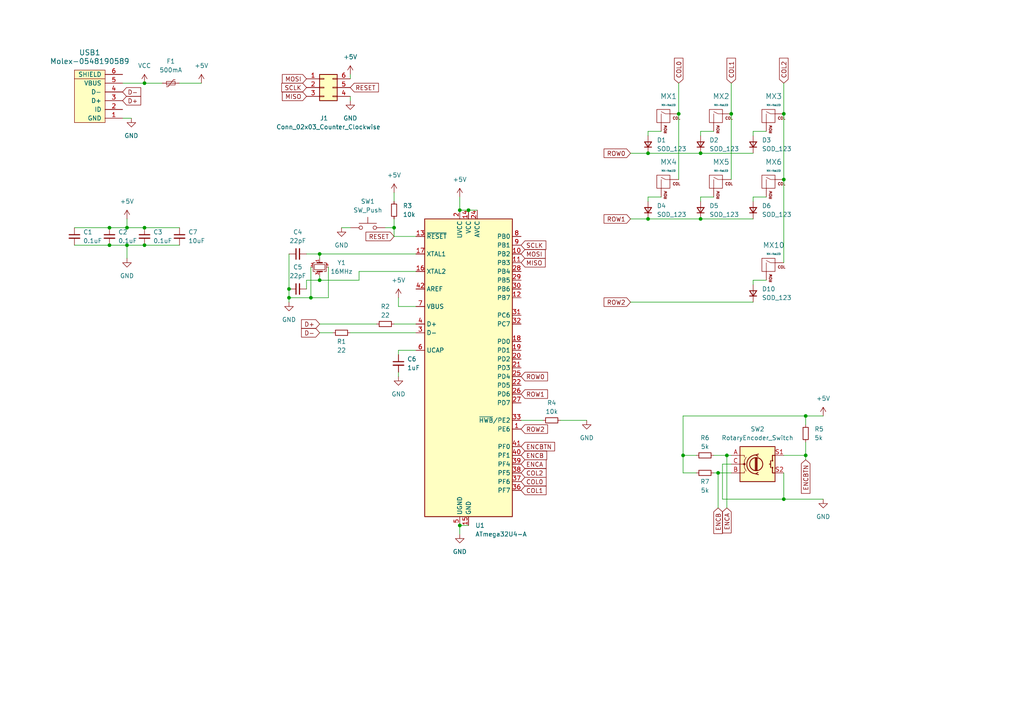
<source format=kicad_sch>
(kicad_sch (version 20230121) (generator eeschema)

  (uuid 184b587b-df9b-46be-a037-f58cfe38b6f1)

  (paper "A4")

  (lib_symbols
    (symbol "Connector_Generic:Conn_02x03_Counter_Clockwise" (pin_names (offset 1.016) hide) (in_bom yes) (on_board yes)
      (property "Reference" "J" (at 1.27 5.08 0)
        (effects (font (size 1.27 1.27)))
      )
      (property "Value" "Conn_02x03_Counter_Clockwise" (at 1.27 -5.08 0)
        (effects (font (size 1.27 1.27)))
      )
      (property "Footprint" "" (at 0 0 0)
        (effects (font (size 1.27 1.27)) hide)
      )
      (property "Datasheet" "~" (at 0 0 0)
        (effects (font (size 1.27 1.27)) hide)
      )
      (property "ki_keywords" "connector" (at 0 0 0)
        (effects (font (size 1.27 1.27)) hide)
      )
      (property "ki_description" "Generic connector, double row, 02x03, counter clockwise pin numbering scheme (similar to DIP package numbering), script generated (kicad-library-utils/schlib/autogen/connector/)" (at 0 0 0)
        (effects (font (size 1.27 1.27)) hide)
      )
      (property "ki_fp_filters" "Connector*:*_2x??_*" (at 0 0 0)
        (effects (font (size 1.27 1.27)) hide)
      )
      (symbol "Conn_02x03_Counter_Clockwise_1_1"
        (rectangle (start -1.27 -2.413) (end 0 -2.667)
          (stroke (width 0.1524) (type default))
          (fill (type none))
        )
        (rectangle (start -1.27 0.127) (end 0 -0.127)
          (stroke (width 0.1524) (type default))
          (fill (type none))
        )
        (rectangle (start -1.27 2.667) (end 0 2.413)
          (stroke (width 0.1524) (type default))
          (fill (type none))
        )
        (rectangle (start -1.27 3.81) (end 3.81 -3.81)
          (stroke (width 0.254) (type default))
          (fill (type background))
        )
        (rectangle (start 3.81 -2.413) (end 2.54 -2.667)
          (stroke (width 0.1524) (type default))
          (fill (type none))
        )
        (rectangle (start 3.81 0.127) (end 2.54 -0.127)
          (stroke (width 0.1524) (type default))
          (fill (type none))
        )
        (rectangle (start 3.81 2.667) (end 2.54 2.413)
          (stroke (width 0.1524) (type default))
          (fill (type none))
        )
        (pin passive line (at -5.08 2.54 0) (length 3.81)
          (name "Pin_1" (effects (font (size 1.27 1.27))))
          (number "1" (effects (font (size 1.27 1.27))))
        )
        (pin passive line (at -5.08 0 0) (length 3.81)
          (name "Pin_2" (effects (font (size 1.27 1.27))))
          (number "2" (effects (font (size 1.27 1.27))))
        )
        (pin passive line (at -5.08 -2.54 0) (length 3.81)
          (name "Pin_3" (effects (font (size 1.27 1.27))))
          (number "3" (effects (font (size 1.27 1.27))))
        )
        (pin passive line (at 7.62 -2.54 180) (length 3.81)
          (name "Pin_4" (effects (font (size 1.27 1.27))))
          (number "4" (effects (font (size 1.27 1.27))))
        )
        (pin passive line (at 7.62 0 180) (length 3.81)
          (name "Pin_5" (effects (font (size 1.27 1.27))))
          (number "5" (effects (font (size 1.27 1.27))))
        )
        (pin passive line (at 7.62 2.54 180) (length 3.81)
          (name "Pin_6" (effects (font (size 1.27 1.27))))
          (number "6" (effects (font (size 1.27 1.27))))
        )
      )
    )
    (symbol "Device:C_Small" (pin_numbers hide) (pin_names (offset 0.254) hide) (in_bom yes) (on_board yes)
      (property "Reference" "C" (at 0.254 1.778 0)
        (effects (font (size 1.27 1.27)) (justify left))
      )
      (property "Value" "C_Small" (at 0.254 -2.032 0)
        (effects (font (size 1.27 1.27)) (justify left))
      )
      (property "Footprint" "" (at 0 0 0)
        (effects (font (size 1.27 1.27)) hide)
      )
      (property "Datasheet" "~" (at 0 0 0)
        (effects (font (size 1.27 1.27)) hide)
      )
      (property "ki_keywords" "capacitor cap" (at 0 0 0)
        (effects (font (size 1.27 1.27)) hide)
      )
      (property "ki_description" "Unpolarized capacitor, small symbol" (at 0 0 0)
        (effects (font (size 1.27 1.27)) hide)
      )
      (property "ki_fp_filters" "C_*" (at 0 0 0)
        (effects (font (size 1.27 1.27)) hide)
      )
      (symbol "C_Small_0_1"
        (polyline
          (pts
            (xy -1.524 -0.508)
            (xy 1.524 -0.508)
          )
          (stroke (width 0.3302) (type default))
          (fill (type none))
        )
        (polyline
          (pts
            (xy -1.524 0.508)
            (xy 1.524 0.508)
          )
          (stroke (width 0.3048) (type default))
          (fill (type none))
        )
      )
      (symbol "C_Small_1_1"
        (pin passive line (at 0 2.54 270) (length 2.032)
          (name "~" (effects (font (size 1.27 1.27))))
          (number "1" (effects (font (size 1.27 1.27))))
        )
        (pin passive line (at 0 -2.54 90) (length 2.032)
          (name "~" (effects (font (size 1.27 1.27))))
          (number "2" (effects (font (size 1.27 1.27))))
        )
      )
    )
    (symbol "Device:Crystal_GND24_Small" (pin_names (offset 1.016) hide) (in_bom yes) (on_board yes)
      (property "Reference" "Y" (at 1.27 4.445 0)
        (effects (font (size 1.27 1.27)) (justify left))
      )
      (property "Value" "Crystal_GND24_Small" (at 1.27 2.54 0)
        (effects (font (size 1.27 1.27)) (justify left))
      )
      (property "Footprint" "" (at 0 0 0)
        (effects (font (size 1.27 1.27)) hide)
      )
      (property "Datasheet" "~" (at 0 0 0)
        (effects (font (size 1.27 1.27)) hide)
      )
      (property "ki_keywords" "quartz ceramic resonator oscillator" (at 0 0 0)
        (effects (font (size 1.27 1.27)) hide)
      )
      (property "ki_description" "Four pin crystal, GND on pins 2 and 4, small symbol" (at 0 0 0)
        (effects (font (size 1.27 1.27)) hide)
      )
      (property "ki_fp_filters" "Crystal*" (at 0 0 0)
        (effects (font (size 1.27 1.27)) hide)
      )
      (symbol "Crystal_GND24_Small_0_1"
        (rectangle (start -0.762 -1.524) (end 0.762 1.524)
          (stroke (width 0) (type default))
          (fill (type none))
        )
        (polyline
          (pts
            (xy -1.27 -0.762)
            (xy -1.27 0.762)
          )
          (stroke (width 0.381) (type default))
          (fill (type none))
        )
        (polyline
          (pts
            (xy 1.27 -0.762)
            (xy 1.27 0.762)
          )
          (stroke (width 0.381) (type default))
          (fill (type none))
        )
        (polyline
          (pts
            (xy -1.27 -1.27)
            (xy -1.27 -1.905)
            (xy 1.27 -1.905)
            (xy 1.27 -1.27)
          )
          (stroke (width 0) (type default))
          (fill (type none))
        )
        (polyline
          (pts
            (xy -1.27 1.27)
            (xy -1.27 1.905)
            (xy 1.27 1.905)
            (xy 1.27 1.27)
          )
          (stroke (width 0) (type default))
          (fill (type none))
        )
      )
      (symbol "Crystal_GND24_Small_1_1"
        (pin passive line (at -2.54 0 0) (length 1.27)
          (name "1" (effects (font (size 1.27 1.27))))
          (number "1" (effects (font (size 0.762 0.762))))
        )
        (pin passive line (at 0 -2.54 90) (length 0.635)
          (name "2" (effects (font (size 1.27 1.27))))
          (number "2" (effects (font (size 0.762 0.762))))
        )
        (pin passive line (at 2.54 0 180) (length 1.27)
          (name "3" (effects (font (size 1.27 1.27))))
          (number "3" (effects (font (size 0.762 0.762))))
        )
        (pin passive line (at 0 2.54 270) (length 0.635)
          (name "4" (effects (font (size 1.27 1.27))))
          (number "4" (effects (font (size 0.762 0.762))))
        )
      )
    )
    (symbol "Device:D_Small" (pin_numbers hide) (pin_names (offset 0.254) hide) (in_bom yes) (on_board yes)
      (property "Reference" "D" (at -1.27 2.032 0)
        (effects (font (size 1.27 1.27)) (justify left))
      )
      (property "Value" "D_Small" (at -3.81 -2.032 0)
        (effects (font (size 1.27 1.27)) (justify left))
      )
      (property "Footprint" "" (at 0 0 90)
        (effects (font (size 1.27 1.27)) hide)
      )
      (property "Datasheet" "~" (at 0 0 90)
        (effects (font (size 1.27 1.27)) hide)
      )
      (property "Sim.Device" "D" (at 0 0 0)
        (effects (font (size 1.27 1.27)) hide)
      )
      (property "Sim.Pins" "1=K 2=A" (at 0 0 0)
        (effects (font (size 1.27 1.27)) hide)
      )
      (property "ki_keywords" "diode" (at 0 0 0)
        (effects (font (size 1.27 1.27)) hide)
      )
      (property "ki_description" "Diode, small symbol" (at 0 0 0)
        (effects (font (size 1.27 1.27)) hide)
      )
      (property "ki_fp_filters" "TO-???* *_Diode_* *SingleDiode* D_*" (at 0 0 0)
        (effects (font (size 1.27 1.27)) hide)
      )
      (symbol "D_Small_0_1"
        (polyline
          (pts
            (xy -0.762 -1.016)
            (xy -0.762 1.016)
          )
          (stroke (width 0.254) (type default))
          (fill (type none))
        )
        (polyline
          (pts
            (xy -0.762 0)
            (xy 0.762 0)
          )
          (stroke (width 0) (type default))
          (fill (type none))
        )
        (polyline
          (pts
            (xy 0.762 -1.016)
            (xy -0.762 0)
            (xy 0.762 1.016)
            (xy 0.762 -1.016)
          )
          (stroke (width 0.254) (type default))
          (fill (type none))
        )
      )
      (symbol "D_Small_1_1"
        (pin passive line (at -2.54 0 0) (length 1.778)
          (name "K" (effects (font (size 1.27 1.27))))
          (number "1" (effects (font (size 1.27 1.27))))
        )
        (pin passive line (at 2.54 0 180) (length 1.778)
          (name "A" (effects (font (size 1.27 1.27))))
          (number "2" (effects (font (size 1.27 1.27))))
        )
      )
    )
    (symbol "Device:Polyfuse_Small" (pin_numbers hide) (pin_names (offset 0)) (in_bom yes) (on_board yes)
      (property "Reference" "F" (at -1.905 0 90)
        (effects (font (size 1.27 1.27)))
      )
      (property "Value" "Polyfuse_Small" (at 1.905 0 90)
        (effects (font (size 1.27 1.27)))
      )
      (property "Footprint" "" (at 1.27 -5.08 0)
        (effects (font (size 1.27 1.27)) (justify left) hide)
      )
      (property "Datasheet" "~" (at 0 0 0)
        (effects (font (size 1.27 1.27)) hide)
      )
      (property "ki_keywords" "resettable fuse PTC PPTC polyfuse polyswitch" (at 0 0 0)
        (effects (font (size 1.27 1.27)) hide)
      )
      (property "ki_description" "Resettable fuse, polymeric positive temperature coefficient, small symbol" (at 0 0 0)
        (effects (font (size 1.27 1.27)) hide)
      )
      (property "ki_fp_filters" "*polyfuse* *PTC*" (at 0 0 0)
        (effects (font (size 1.27 1.27)) hide)
      )
      (symbol "Polyfuse_Small_0_1"
        (rectangle (start -0.508 1.27) (end 0.508 -1.27)
          (stroke (width 0) (type default))
          (fill (type none))
        )
        (polyline
          (pts
            (xy 0 2.54)
            (xy 0 -2.54)
          )
          (stroke (width 0) (type default))
          (fill (type none))
        )
        (polyline
          (pts
            (xy -1.016 1.27)
            (xy -1.016 0.762)
            (xy 1.016 -0.762)
            (xy 1.016 -1.27)
          )
          (stroke (width 0) (type default))
          (fill (type none))
        )
      )
      (symbol "Polyfuse_Small_1_1"
        (pin passive line (at 0 2.54 270) (length 0.635)
          (name "~" (effects (font (size 1.27 1.27))))
          (number "1" (effects (font (size 1.27 1.27))))
        )
        (pin passive line (at 0 -2.54 90) (length 0.635)
          (name "~" (effects (font (size 1.27 1.27))))
          (number "2" (effects (font (size 1.27 1.27))))
        )
      )
    )
    (symbol "Device:R_Small" (pin_numbers hide) (pin_names (offset 0.254) hide) (in_bom yes) (on_board yes)
      (property "Reference" "R" (at 0.762 0.508 0)
        (effects (font (size 1.27 1.27)) (justify left))
      )
      (property "Value" "R_Small" (at 0.762 -1.016 0)
        (effects (font (size 1.27 1.27)) (justify left))
      )
      (property "Footprint" "" (at 0 0 0)
        (effects (font (size 1.27 1.27)) hide)
      )
      (property "Datasheet" "~" (at 0 0 0)
        (effects (font (size 1.27 1.27)) hide)
      )
      (property "ki_keywords" "R resistor" (at 0 0 0)
        (effects (font (size 1.27 1.27)) hide)
      )
      (property "ki_description" "Resistor, small symbol" (at 0 0 0)
        (effects (font (size 1.27 1.27)) hide)
      )
      (property "ki_fp_filters" "R_*" (at 0 0 0)
        (effects (font (size 1.27 1.27)) hide)
      )
      (symbol "R_Small_0_1"
        (rectangle (start -0.762 1.778) (end 0.762 -1.778)
          (stroke (width 0.2032) (type default))
          (fill (type none))
        )
      )
      (symbol "R_Small_1_1"
        (pin passive line (at 0 2.54 270) (length 0.762)
          (name "~" (effects (font (size 1.27 1.27))))
          (number "1" (effects (font (size 1.27 1.27))))
        )
        (pin passive line (at 0 -2.54 90) (length 0.762)
          (name "~" (effects (font (size 1.27 1.27))))
          (number "2" (effects (font (size 1.27 1.27))))
        )
      )
    )
    (symbol "Device:RotaryEncoder_Switch" (pin_names (offset 0.254) hide) (in_bom yes) (on_board yes)
      (property "Reference" "SW" (at 0 6.604 0)
        (effects (font (size 1.27 1.27)))
      )
      (property "Value" "RotaryEncoder_Switch" (at 0 -6.604 0)
        (effects (font (size 1.27 1.27)))
      )
      (property "Footprint" "" (at -3.81 4.064 0)
        (effects (font (size 1.27 1.27)) hide)
      )
      (property "Datasheet" "~" (at 0 6.604 0)
        (effects (font (size 1.27 1.27)) hide)
      )
      (property "ki_keywords" "rotary switch encoder switch push button" (at 0 0 0)
        (effects (font (size 1.27 1.27)) hide)
      )
      (property "ki_description" "Rotary encoder, dual channel, incremental quadrate outputs, with switch" (at 0 0 0)
        (effects (font (size 1.27 1.27)) hide)
      )
      (property "ki_fp_filters" "RotaryEncoder*Switch*" (at 0 0 0)
        (effects (font (size 1.27 1.27)) hide)
      )
      (symbol "RotaryEncoder_Switch_0_1"
        (rectangle (start -5.08 5.08) (end 5.08 -5.08)
          (stroke (width 0.254) (type default))
          (fill (type background))
        )
        (circle (center -3.81 0) (radius 0.254)
          (stroke (width 0) (type default))
          (fill (type outline))
        )
        (circle (center -0.381 0) (radius 1.905)
          (stroke (width 0.254) (type default))
          (fill (type none))
        )
        (arc (start -0.381 2.667) (mid -3.0988 -0.0635) (end -0.381 -2.794)
          (stroke (width 0.254) (type default))
          (fill (type none))
        )
        (polyline
          (pts
            (xy -0.635 -1.778)
            (xy -0.635 1.778)
          )
          (stroke (width 0.254) (type default))
          (fill (type none))
        )
        (polyline
          (pts
            (xy -0.381 -1.778)
            (xy -0.381 1.778)
          )
          (stroke (width 0.254) (type default))
          (fill (type none))
        )
        (polyline
          (pts
            (xy -0.127 1.778)
            (xy -0.127 -1.778)
          )
          (stroke (width 0.254) (type default))
          (fill (type none))
        )
        (polyline
          (pts
            (xy 3.81 0)
            (xy 3.429 0)
          )
          (stroke (width 0.254) (type default))
          (fill (type none))
        )
        (polyline
          (pts
            (xy 3.81 1.016)
            (xy 3.81 -1.016)
          )
          (stroke (width 0.254) (type default))
          (fill (type none))
        )
        (polyline
          (pts
            (xy -5.08 -2.54)
            (xy -3.81 -2.54)
            (xy -3.81 -2.032)
          )
          (stroke (width 0) (type default))
          (fill (type none))
        )
        (polyline
          (pts
            (xy -5.08 2.54)
            (xy -3.81 2.54)
            (xy -3.81 2.032)
          )
          (stroke (width 0) (type default))
          (fill (type none))
        )
        (polyline
          (pts
            (xy 0.254 -3.048)
            (xy -0.508 -2.794)
            (xy 0.127 -2.413)
          )
          (stroke (width 0.254) (type default))
          (fill (type none))
        )
        (polyline
          (pts
            (xy 0.254 2.921)
            (xy -0.508 2.667)
            (xy 0.127 2.286)
          )
          (stroke (width 0.254) (type default))
          (fill (type none))
        )
        (polyline
          (pts
            (xy 5.08 -2.54)
            (xy 4.318 -2.54)
            (xy 4.318 -1.016)
          )
          (stroke (width 0.254) (type default))
          (fill (type none))
        )
        (polyline
          (pts
            (xy 5.08 2.54)
            (xy 4.318 2.54)
            (xy 4.318 1.016)
          )
          (stroke (width 0.254) (type default))
          (fill (type none))
        )
        (polyline
          (pts
            (xy -5.08 0)
            (xy -3.81 0)
            (xy -3.81 -1.016)
            (xy -3.302 -2.032)
          )
          (stroke (width 0) (type default))
          (fill (type none))
        )
        (polyline
          (pts
            (xy -4.318 0)
            (xy -3.81 0)
            (xy -3.81 1.016)
            (xy -3.302 2.032)
          )
          (stroke (width 0) (type default))
          (fill (type none))
        )
        (circle (center 4.318 -1.016) (radius 0.127)
          (stroke (width 0.254) (type default))
          (fill (type none))
        )
        (circle (center 4.318 1.016) (radius 0.127)
          (stroke (width 0.254) (type default))
          (fill (type none))
        )
      )
      (symbol "RotaryEncoder_Switch_1_1"
        (pin passive line (at -7.62 2.54 0) (length 2.54)
          (name "A" (effects (font (size 1.27 1.27))))
          (number "A" (effects (font (size 1.27 1.27))))
        )
        (pin passive line (at -7.62 -2.54 0) (length 2.54)
          (name "B" (effects (font (size 1.27 1.27))))
          (number "B" (effects (font (size 1.27 1.27))))
        )
        (pin passive line (at -7.62 0 0) (length 2.54)
          (name "C" (effects (font (size 1.27 1.27))))
          (number "C" (effects (font (size 1.27 1.27))))
        )
        (pin passive line (at 7.62 2.54 180) (length 2.54)
          (name "S1" (effects (font (size 1.27 1.27))))
          (number "S1" (effects (font (size 1.27 1.27))))
        )
        (pin passive line (at 7.62 -2.54 180) (length 2.54)
          (name "S2" (effects (font (size 1.27 1.27))))
          (number "S2" (effects (font (size 1.27 1.27))))
        )
      )
    )
    (symbol "MCU_Microchip_ATmega:ATmega32U4-A" (in_bom yes) (on_board yes)
      (property "Reference" "U" (at -12.7 44.45 0)
        (effects (font (size 1.27 1.27)) (justify left bottom))
      )
      (property "Value" "ATmega32U4-A" (at 2.54 -44.45 0)
        (effects (font (size 1.27 1.27)) (justify left top))
      )
      (property "Footprint" "Package_QFP:TQFP-44_10x10mm_P0.8mm" (at 0 0 0)
        (effects (font (size 1.27 1.27) italic) hide)
      )
      (property "Datasheet" "http://ww1.microchip.com/downloads/en/DeviceDoc/Atmel-7766-8-bit-AVR-ATmega16U4-32U4_Datasheet.pdf" (at 0 0 0)
        (effects (font (size 1.27 1.27)) hide)
      )
      (property "ki_keywords" "AVR 8bit Microcontroller MegaAVR USB" (at 0 0 0)
        (effects (font (size 1.27 1.27)) hide)
      )
      (property "ki_description" "16MHz, 32kB Flash, 2.5kB SRAM, 1kB EEPROM, USB 2.0, TQFP-44" (at 0 0 0)
        (effects (font (size 1.27 1.27)) hide)
      )
      (property "ki_fp_filters" "TQFP*10x10mm*P0.8mm*" (at 0 0 0)
        (effects (font (size 1.27 1.27)) hide)
      )
      (symbol "ATmega32U4-A_0_1"
        (rectangle (start -12.7 -43.18) (end 12.7 43.18)
          (stroke (width 0.254) (type default))
          (fill (type background))
        )
      )
      (symbol "ATmega32U4-A_1_1"
        (pin bidirectional line (at 15.24 -17.78 180) (length 2.54)
          (name "PE6" (effects (font (size 1.27 1.27))))
          (number "1" (effects (font (size 1.27 1.27))))
        )
        (pin bidirectional line (at 15.24 33.02 180) (length 2.54)
          (name "PB2" (effects (font (size 1.27 1.27))))
          (number "10" (effects (font (size 1.27 1.27))))
        )
        (pin bidirectional line (at 15.24 30.48 180) (length 2.54)
          (name "PB3" (effects (font (size 1.27 1.27))))
          (number "11" (effects (font (size 1.27 1.27))))
        )
        (pin bidirectional line (at 15.24 20.32 180) (length 2.54)
          (name "PB7" (effects (font (size 1.27 1.27))))
          (number "12" (effects (font (size 1.27 1.27))))
        )
        (pin input line (at -15.24 38.1 0) (length 2.54)
          (name "~{RESET}" (effects (font (size 1.27 1.27))))
          (number "13" (effects (font (size 1.27 1.27))))
        )
        (pin power_in line (at 0 45.72 270) (length 2.54)
          (name "VCC" (effects (font (size 1.27 1.27))))
          (number "14" (effects (font (size 1.27 1.27))))
        )
        (pin power_in line (at 0 -45.72 90) (length 2.54)
          (name "GND" (effects (font (size 1.27 1.27))))
          (number "15" (effects (font (size 1.27 1.27))))
        )
        (pin output line (at -15.24 27.94 0) (length 2.54)
          (name "XTAL2" (effects (font (size 1.27 1.27))))
          (number "16" (effects (font (size 1.27 1.27))))
        )
        (pin input line (at -15.24 33.02 0) (length 2.54)
          (name "XTAL1" (effects (font (size 1.27 1.27))))
          (number "17" (effects (font (size 1.27 1.27))))
        )
        (pin bidirectional line (at 15.24 7.62 180) (length 2.54)
          (name "PD0" (effects (font (size 1.27 1.27))))
          (number "18" (effects (font (size 1.27 1.27))))
        )
        (pin bidirectional line (at 15.24 5.08 180) (length 2.54)
          (name "PD1" (effects (font (size 1.27 1.27))))
          (number "19" (effects (font (size 1.27 1.27))))
        )
        (pin power_in line (at -2.54 45.72 270) (length 2.54)
          (name "UVCC" (effects (font (size 1.27 1.27))))
          (number "2" (effects (font (size 1.27 1.27))))
        )
        (pin bidirectional line (at 15.24 2.54 180) (length 2.54)
          (name "PD2" (effects (font (size 1.27 1.27))))
          (number "20" (effects (font (size 1.27 1.27))))
        )
        (pin bidirectional line (at 15.24 0 180) (length 2.54)
          (name "PD3" (effects (font (size 1.27 1.27))))
          (number "21" (effects (font (size 1.27 1.27))))
        )
        (pin bidirectional line (at 15.24 -5.08 180) (length 2.54)
          (name "PD5" (effects (font (size 1.27 1.27))))
          (number "22" (effects (font (size 1.27 1.27))))
        )
        (pin passive line (at 0 -45.72 90) (length 2.54) hide
          (name "GND" (effects (font (size 1.27 1.27))))
          (number "23" (effects (font (size 1.27 1.27))))
        )
        (pin power_in line (at 2.54 45.72 270) (length 2.54)
          (name "AVCC" (effects (font (size 1.27 1.27))))
          (number "24" (effects (font (size 1.27 1.27))))
        )
        (pin bidirectional line (at 15.24 -2.54 180) (length 2.54)
          (name "PD4" (effects (font (size 1.27 1.27))))
          (number "25" (effects (font (size 1.27 1.27))))
        )
        (pin bidirectional line (at 15.24 -7.62 180) (length 2.54)
          (name "PD6" (effects (font (size 1.27 1.27))))
          (number "26" (effects (font (size 1.27 1.27))))
        )
        (pin bidirectional line (at 15.24 -10.16 180) (length 2.54)
          (name "PD7" (effects (font (size 1.27 1.27))))
          (number "27" (effects (font (size 1.27 1.27))))
        )
        (pin bidirectional line (at 15.24 27.94 180) (length 2.54)
          (name "PB4" (effects (font (size 1.27 1.27))))
          (number "28" (effects (font (size 1.27 1.27))))
        )
        (pin bidirectional line (at 15.24 25.4 180) (length 2.54)
          (name "PB5" (effects (font (size 1.27 1.27))))
          (number "29" (effects (font (size 1.27 1.27))))
        )
        (pin bidirectional line (at -15.24 10.16 0) (length 2.54)
          (name "D-" (effects (font (size 1.27 1.27))))
          (number "3" (effects (font (size 1.27 1.27))))
        )
        (pin bidirectional line (at 15.24 22.86 180) (length 2.54)
          (name "PB6" (effects (font (size 1.27 1.27))))
          (number "30" (effects (font (size 1.27 1.27))))
        )
        (pin bidirectional line (at 15.24 15.24 180) (length 2.54)
          (name "PC6" (effects (font (size 1.27 1.27))))
          (number "31" (effects (font (size 1.27 1.27))))
        )
        (pin bidirectional line (at 15.24 12.7 180) (length 2.54)
          (name "PC7" (effects (font (size 1.27 1.27))))
          (number "32" (effects (font (size 1.27 1.27))))
        )
        (pin bidirectional line (at 15.24 -15.24 180) (length 2.54)
          (name "~{HWB}/PE2" (effects (font (size 1.27 1.27))))
          (number "33" (effects (font (size 1.27 1.27))))
        )
        (pin passive line (at 0 45.72 270) (length 2.54) hide
          (name "VCC" (effects (font (size 1.27 1.27))))
          (number "34" (effects (font (size 1.27 1.27))))
        )
        (pin passive line (at 0 -45.72 90) (length 2.54) hide
          (name "GND" (effects (font (size 1.27 1.27))))
          (number "35" (effects (font (size 1.27 1.27))))
        )
        (pin bidirectional line (at 15.24 -35.56 180) (length 2.54)
          (name "PF7" (effects (font (size 1.27 1.27))))
          (number "36" (effects (font (size 1.27 1.27))))
        )
        (pin bidirectional line (at 15.24 -33.02 180) (length 2.54)
          (name "PF6" (effects (font (size 1.27 1.27))))
          (number "37" (effects (font (size 1.27 1.27))))
        )
        (pin bidirectional line (at 15.24 -30.48 180) (length 2.54)
          (name "PF5" (effects (font (size 1.27 1.27))))
          (number "38" (effects (font (size 1.27 1.27))))
        )
        (pin bidirectional line (at 15.24 -27.94 180) (length 2.54)
          (name "PF4" (effects (font (size 1.27 1.27))))
          (number "39" (effects (font (size 1.27 1.27))))
        )
        (pin bidirectional line (at -15.24 12.7 0) (length 2.54)
          (name "D+" (effects (font (size 1.27 1.27))))
          (number "4" (effects (font (size 1.27 1.27))))
        )
        (pin bidirectional line (at 15.24 -25.4 180) (length 2.54)
          (name "PF1" (effects (font (size 1.27 1.27))))
          (number "40" (effects (font (size 1.27 1.27))))
        )
        (pin bidirectional line (at 15.24 -22.86 180) (length 2.54)
          (name "PF0" (effects (font (size 1.27 1.27))))
          (number "41" (effects (font (size 1.27 1.27))))
        )
        (pin passive line (at -15.24 22.86 0) (length 2.54)
          (name "AREF" (effects (font (size 1.27 1.27))))
          (number "42" (effects (font (size 1.27 1.27))))
        )
        (pin passive line (at 0 -45.72 90) (length 2.54) hide
          (name "GND" (effects (font (size 1.27 1.27))))
          (number "43" (effects (font (size 1.27 1.27))))
        )
        (pin passive line (at 2.54 45.72 270) (length 2.54) hide
          (name "AVCC" (effects (font (size 1.27 1.27))))
          (number "44" (effects (font (size 1.27 1.27))))
        )
        (pin passive line (at -2.54 -45.72 90) (length 2.54)
          (name "UGND" (effects (font (size 1.27 1.27))))
          (number "5" (effects (font (size 1.27 1.27))))
        )
        (pin passive line (at -15.24 5.08 0) (length 2.54)
          (name "UCAP" (effects (font (size 1.27 1.27))))
          (number "6" (effects (font (size 1.27 1.27))))
        )
        (pin input line (at -15.24 17.78 0) (length 2.54)
          (name "VBUS" (effects (font (size 1.27 1.27))))
          (number "7" (effects (font (size 1.27 1.27))))
        )
        (pin bidirectional line (at 15.24 38.1 180) (length 2.54)
          (name "PB0" (effects (font (size 1.27 1.27))))
          (number "8" (effects (font (size 1.27 1.27))))
        )
        (pin bidirectional line (at 15.24 35.56 180) (length 2.54)
          (name "PB1" (effects (font (size 1.27 1.27))))
          (number "9" (effects (font (size 1.27 1.27))))
        )
      )
    )
    (symbol "MX_Alps_Hybrid:MX-NoLED" (pin_names (offset 1.016)) (in_bom yes) (on_board yes)
      (property "Reference" "MX" (at -0.635 3.81 0)
        (effects (font (size 1.524 1.524)))
      )
      (property "Value" "MX-NoLED" (at -0.635 1.27 0)
        (effects (font (size 0.508 0.508)))
      )
      (property "Footprint" "" (at -15.875 -0.635 0)
        (effects (font (size 1.524 1.524)) hide)
      )
      (property "Datasheet" "" (at -15.875 -0.635 0)
        (effects (font (size 1.524 1.524)) hide)
      )
      (symbol "MX-NoLED_0_0"
        (rectangle (start -2.54 2.54) (end 1.27 -1.27)
          (stroke (width 0) (type solid))
          (fill (type none))
        )
        (polyline
          (pts
            (xy -1.27 -1.27)
            (xy -1.27 1.27)
          )
          (stroke (width 0.127) (type solid))
          (fill (type none))
        )
        (polyline
          (pts
            (xy 1.27 1.27)
            (xy 0 1.27)
            (xy -1.27 1.905)
          )
          (stroke (width 0.127) (type solid))
          (fill (type none))
        )
        (text "COL" (at 3.175 0 0)
          (effects (font (size 0.762 0.762)))
        )
        (text "ROW" (at 0 -1.905 900)
          (effects (font (size 0.762 0.762)) (justify right))
        )
      )
      (symbol "MX-NoLED_1_1"
        (pin passive line (at 3.81 1.27 180) (length 2.54)
          (name "COL" (effects (font (size 0 0))))
          (number "1" (effects (font (size 0 0))))
        )
        (pin passive line (at -1.27 -3.81 90) (length 2.54)
          (name "ROW" (effects (font (size 0 0))))
          (number "2" (effects (font (size 0 0))))
        )
      )
    )
    (symbol "Switch:SW_Push" (pin_numbers hide) (pin_names (offset 1.016) hide) (in_bom yes) (on_board yes)
      (property "Reference" "SW" (at 1.27 2.54 0)
        (effects (font (size 1.27 1.27)) (justify left))
      )
      (property "Value" "SW_Push" (at 0 -1.524 0)
        (effects (font (size 1.27 1.27)))
      )
      (property "Footprint" "" (at 0 5.08 0)
        (effects (font (size 1.27 1.27)) hide)
      )
      (property "Datasheet" "~" (at 0 5.08 0)
        (effects (font (size 1.27 1.27)) hide)
      )
      (property "ki_keywords" "switch normally-open pushbutton push-button" (at 0 0 0)
        (effects (font (size 1.27 1.27)) hide)
      )
      (property "ki_description" "Push button switch, generic, two pins" (at 0 0 0)
        (effects (font (size 1.27 1.27)) hide)
      )
      (symbol "SW_Push_0_1"
        (circle (center -2.032 0) (radius 0.508)
          (stroke (width 0) (type default))
          (fill (type none))
        )
        (polyline
          (pts
            (xy 0 1.27)
            (xy 0 3.048)
          )
          (stroke (width 0) (type default))
          (fill (type none))
        )
        (polyline
          (pts
            (xy 2.54 1.27)
            (xy -2.54 1.27)
          )
          (stroke (width 0) (type default))
          (fill (type none))
        )
        (circle (center 2.032 0) (radius 0.508)
          (stroke (width 0) (type default))
          (fill (type none))
        )
        (pin passive line (at -5.08 0 0) (length 2.54)
          (name "1" (effects (font (size 1.27 1.27))))
          (number "1" (effects (font (size 1.27 1.27))))
        )
        (pin passive line (at 5.08 0 180) (length 2.54)
          (name "2" (effects (font (size 1.27 1.27))))
          (number "2" (effects (font (size 1.27 1.27))))
        )
      )
    )
    (symbol "power:+5V" (power) (pin_names (offset 0)) (in_bom yes) (on_board yes)
      (property "Reference" "#PWR" (at 0 -3.81 0)
        (effects (font (size 1.27 1.27)) hide)
      )
      (property "Value" "+5V" (at 0 3.556 0)
        (effects (font (size 1.27 1.27)))
      )
      (property "Footprint" "" (at 0 0 0)
        (effects (font (size 1.27 1.27)) hide)
      )
      (property "Datasheet" "" (at 0 0 0)
        (effects (font (size 1.27 1.27)) hide)
      )
      (property "ki_keywords" "global power" (at 0 0 0)
        (effects (font (size 1.27 1.27)) hide)
      )
      (property "ki_description" "Power symbol creates a global label with name \"+5V\"" (at 0 0 0)
        (effects (font (size 1.27 1.27)) hide)
      )
      (symbol "+5V_0_1"
        (polyline
          (pts
            (xy -0.762 1.27)
            (xy 0 2.54)
          )
          (stroke (width 0) (type default))
          (fill (type none))
        )
        (polyline
          (pts
            (xy 0 0)
            (xy 0 2.54)
          )
          (stroke (width 0) (type default))
          (fill (type none))
        )
        (polyline
          (pts
            (xy 0 2.54)
            (xy 0.762 1.27)
          )
          (stroke (width 0) (type default))
          (fill (type none))
        )
      )
      (symbol "+5V_1_1"
        (pin power_in line (at 0 0 90) (length 0) hide
          (name "+5V" (effects (font (size 1.27 1.27))))
          (number "1" (effects (font (size 1.27 1.27))))
        )
      )
    )
    (symbol "power:GND" (power) (pin_names (offset 0)) (in_bom yes) (on_board yes)
      (property "Reference" "#PWR" (at 0 -6.35 0)
        (effects (font (size 1.27 1.27)) hide)
      )
      (property "Value" "GND" (at 0 -3.81 0)
        (effects (font (size 1.27 1.27)))
      )
      (property "Footprint" "" (at 0 0 0)
        (effects (font (size 1.27 1.27)) hide)
      )
      (property "Datasheet" "" (at 0 0 0)
        (effects (font (size 1.27 1.27)) hide)
      )
      (property "ki_keywords" "global power" (at 0 0 0)
        (effects (font (size 1.27 1.27)) hide)
      )
      (property "ki_description" "Power symbol creates a global label with name \"GND\" , ground" (at 0 0 0)
        (effects (font (size 1.27 1.27)) hide)
      )
      (symbol "GND_0_1"
        (polyline
          (pts
            (xy 0 0)
            (xy 0 -1.27)
            (xy 1.27 -1.27)
            (xy 0 -2.54)
            (xy -1.27 -1.27)
            (xy 0 -1.27)
          )
          (stroke (width 0) (type default))
          (fill (type none))
        )
      )
      (symbol "GND_1_1"
        (pin power_in line (at 0 0 270) (length 0) hide
          (name "GND" (effects (font (size 1.27 1.27))))
          (number "1" (effects (font (size 1.27 1.27))))
        )
      )
    )
    (symbol "power:VCC" (power) (pin_names (offset 0)) (in_bom yes) (on_board yes)
      (property "Reference" "#PWR" (at 0 -3.81 0)
        (effects (font (size 1.27 1.27)) hide)
      )
      (property "Value" "VCC" (at 0 3.81 0)
        (effects (font (size 1.27 1.27)))
      )
      (property "Footprint" "" (at 0 0 0)
        (effects (font (size 1.27 1.27)) hide)
      )
      (property "Datasheet" "" (at 0 0 0)
        (effects (font (size 1.27 1.27)) hide)
      )
      (property "ki_keywords" "global power" (at 0 0 0)
        (effects (font (size 1.27 1.27)) hide)
      )
      (property "ki_description" "Power symbol creates a global label with name \"VCC\"" (at 0 0 0)
        (effects (font (size 1.27 1.27)) hide)
      )
      (symbol "VCC_0_1"
        (polyline
          (pts
            (xy -0.762 1.27)
            (xy 0 2.54)
          )
          (stroke (width 0) (type default))
          (fill (type none))
        )
        (polyline
          (pts
            (xy 0 0)
            (xy 0 2.54)
          )
          (stroke (width 0) (type default))
          (fill (type none))
        )
        (polyline
          (pts
            (xy 0 2.54)
            (xy 0.762 1.27)
          )
          (stroke (width 0) (type default))
          (fill (type none))
        )
      )
      (symbol "VCC_1_1"
        (pin power_in line (at 0 0 90) (length 0) hide
          (name "VCC" (effects (font (size 1.27 1.27))))
          (number "1" (effects (font (size 1.27 1.27))))
        )
      )
    )
    (symbol "random-keyboard-parts:Molex-0548190589" (pin_names (offset 1.016)) (in_bom yes) (on_board yes)
      (property "Reference" "USB" (at 0 7.62 0)
        (effects (font (size 1.524 1.524)))
      )
      (property "Value" "Molex-0548190589" (at 0 10.16 0)
        (effects (font (size 1.524 1.524)))
      )
      (property "Footprint" "" (at 0 0 0)
        (effects (font (size 1.524 1.524)) hide)
      )
      (property "Datasheet" "" (at 0 0 0)
        (effects (font (size 1.524 1.524)) hide)
      )
      (symbol "Molex-0548190589_0_0"
        (polyline
          (pts
            (xy 6.35 -2.54)
            (xy 6.35 6.35)
          )
          (stroke (width 0) (type solid))
          (fill (type none))
        )
        (rectangle (start 8.89 -2.54) (end -6.35 6.35)
          (stroke (width 0) (type solid))
          (fill (type background))
        )
      )
      (symbol "Molex-0548190589_1_1"
        (pin input line (at -5.08 -7.62 90) (length 5.08)
          (name "GND" (effects (font (size 1.27 1.27))))
          (number "1" (effects (font (size 1.27 1.27))))
        )
        (pin input line (at -2.54 -7.62 90) (length 5.08)
          (name "ID" (effects (font (size 1.27 1.27))))
          (number "2" (effects (font (size 1.27 1.27))))
        )
        (pin input line (at 0 -7.62 90) (length 5.08)
          (name "D+" (effects (font (size 1.27 1.27))))
          (number "3" (effects (font (size 1.27 1.27))))
        )
        (pin input line (at 2.54 -7.62 90) (length 5.08)
          (name "D-" (effects (font (size 1.27 1.27))))
          (number "4" (effects (font (size 1.27 1.27))))
        )
        (pin input line (at 5.08 -7.62 90) (length 5.08)
          (name "VBUS" (effects (font (size 1.27 1.27))))
          (number "5" (effects (font (size 1.27 1.27))))
        )
        (pin input line (at 7.62 -7.62 90) (length 5.08)
          (name "SHIELD" (effects (font (size 1.27 1.27))))
          (number "6" (effects (font (size 1.27 1.27))))
        )
      )
    )
  )

  (junction (at 203.2 44.45) (diameter 0) (color 0 0 0 0)
    (uuid 060f8b42-6561-42d5-861b-345bc9d4e3bf)
  )
  (junction (at 133.35 60.96) (diameter 0) (color 0 0 0 0)
    (uuid 15a957c0-43fc-440a-87bd-1ea81273ebf8)
  )
  (junction (at 41.91 24.13) (diameter 0) (color 0 0 0 0)
    (uuid 1a24a20f-76a7-4485-a4da-d3385ddea185)
  )
  (junction (at 187.96 63.5) (diameter 0) (color 0 0 0 0)
    (uuid 1b425df0-f4d9-4617-93db-be34542424be)
  )
  (junction (at 227.33 144.78) (diameter 0) (color 0 0 0 0)
    (uuid 1b6e8222-e84e-4a24-a26b-6b4f9df8d955)
  )
  (junction (at 36.83 71.12) (diameter 0) (color 0 0 0 0)
    (uuid 1c3bfc7c-1cfe-4ba6-80a0-b35495880562)
  )
  (junction (at 92.71 73.66) (diameter 0) (color 0 0 0 0)
    (uuid 3f419ce6-65f3-454d-bc98-62cf8d752092)
  )
  (junction (at 41.91 66.04) (diameter 0) (color 0 0 0 0)
    (uuid 5357d815-68b4-4acc-864f-63fe287db1ef)
  )
  (junction (at 208.28 137.16) (diameter 0) (color 0 0 0 0)
    (uuid 60179876-1bf4-49ca-9e94-d9f83df1298a)
  )
  (junction (at 90.17 86.36) (diameter 0) (color 0 0 0 0)
    (uuid 61810caf-300c-4cef-8c40-fa6978cd5a82)
  )
  (junction (at 227.33 33.02) (diameter 0) (color 0 0 0 0)
    (uuid 64b111c7-0fb8-4740-8214-34f7a63bcec7)
  )
  (junction (at 198.12 132.08) (diameter 0) (color 0 0 0 0)
    (uuid 7d9466c7-2bf2-487d-899d-c63ea9b13544)
  )
  (junction (at 212.09 33.02) (diameter 0) (color 0 0 0 0)
    (uuid 83101aa2-8b5a-4462-80e4-20c8e6b5e1e0)
  )
  (junction (at 83.82 86.36) (diameter 0) (color 0 0 0 0)
    (uuid 8f78688e-20d1-425b-a5cb-ab1d486832df)
  )
  (junction (at 135.89 60.96) (diameter 0) (color 0 0 0 0)
    (uuid 90c65839-2e4d-4d6f-8740-81c3707bc0dd)
  )
  (junction (at 187.96 44.45) (diameter 0) (color 0 0 0 0)
    (uuid 94330228-0930-4e79-8c11-1f75633cacb6)
  )
  (junction (at 92.71 81.28) (diameter 0) (color 0 0 0 0)
    (uuid 96e7733f-ea72-413c-9389-c3f68f0b8255)
  )
  (junction (at 233.68 120.65) (diameter 0) (color 0 0 0 0)
    (uuid 9aa1e5d4-d9ac-4325-bf07-df6ce389cfe4)
  )
  (junction (at 36.83 66.04) (diameter 0) (color 0 0 0 0)
    (uuid 9e5f842b-7a0a-45a6-9f13-f4578bb09242)
  )
  (junction (at 31.75 71.12) (diameter 0) (color 0 0 0 0)
    (uuid a44ad52a-430e-4722-a147-b299d0b3c304)
  )
  (junction (at 227.33 52.07) (diameter 0) (color 0 0 0 0)
    (uuid ad34567e-f8be-41f5-b907-15ef5dd7f418)
  )
  (junction (at 133.35 152.4) (diameter 0) (color 0 0 0 0)
    (uuid b4a12a70-4ca1-44d0-96cc-5cf40d30bc41)
  )
  (junction (at 83.82 83.82) (diameter 0) (color 0 0 0 0)
    (uuid c79793de-a8ad-405e-9a53-919fe3503a40)
  )
  (junction (at 41.91 71.12) (diameter 0) (color 0 0 0 0)
    (uuid d859e2c6-cd75-45f1-9f92-a7eda73f5ca6)
  )
  (junction (at 114.3 66.04) (diameter 0) (color 0 0 0 0)
    (uuid dc5b098f-5c19-432c-b1ac-77e9c7f6f7fd)
  )
  (junction (at 31.75 66.04) (diameter 0) (color 0 0 0 0)
    (uuid e7ae5463-f674-433d-8877-5120708f5a85)
  )
  (junction (at 233.68 132.08) (diameter 0) (color 0 0 0 0)
    (uuid e7f18162-6be0-4c4a-a3fd-6bb5548ebe53)
  )
  (junction (at 210.82 132.08) (diameter 0) (color 0 0 0 0)
    (uuid e8ceb556-2f74-481e-92a3-a314dfaf8903)
  )
  (junction (at 196.85 33.02) (diameter 0) (color 0 0 0 0)
    (uuid f11c4ce9-19f7-4665-a5b3-7f6eee28d8d0)
  )
  (junction (at 203.2 63.5) (diameter 0) (color 0 0 0 0)
    (uuid f6850e5a-9765-4fd5-a38c-b8850ac9d302)
  )

  (wire (pts (xy 101.6 21.59) (xy 101.6 22.86))
    (stroke (width 0) (type default))
    (uuid 02cb10ab-7852-4fc4-8dc7-4213ff3b5dec)
  )
  (wire (pts (xy 31.75 71.12) (xy 36.83 71.12))
    (stroke (width 0) (type default))
    (uuid 04aa6dba-8b50-4ab8-8d84-62583e8d2895)
  )
  (wire (pts (xy 21.59 66.04) (xy 31.75 66.04))
    (stroke (width 0) (type default))
    (uuid 0a821a36-ff79-4e9a-aab2-04fae743104c)
  )
  (wire (pts (xy 36.83 71.12) (xy 41.91 71.12))
    (stroke (width 0) (type default))
    (uuid 0e4ba9f9-fcf3-47c9-b79e-257bc842fc8a)
  )
  (wire (pts (xy 187.96 57.15) (xy 191.77 57.15))
    (stroke (width 0) (type default))
    (uuid 0f8704e4-e812-45d6-98a6-16442b763c18)
  )
  (wire (pts (xy 92.71 81.28) (xy 92.71 80.01))
    (stroke (width 0) (type default))
    (uuid 10352cfd-674a-49d8-96db-b84cf4c0763d)
  )
  (wire (pts (xy 88.9 81.28) (xy 92.71 81.28))
    (stroke (width 0) (type default))
    (uuid 1071c67e-78d3-4b0a-ba01-12d51170ffd9)
  )
  (wire (pts (xy 198.12 120.65) (xy 233.68 120.65))
    (stroke (width 0) (type default))
    (uuid 1248e283-054b-42c1-b021-65d1462e008d)
  )
  (wire (pts (xy 83.82 73.66) (xy 83.82 83.82))
    (stroke (width 0) (type default))
    (uuid 1759d832-2fce-4d25-9154-93201eb13b53)
  )
  (wire (pts (xy 52.07 24.13) (xy 58.42 24.13))
    (stroke (width 0) (type default))
    (uuid 19f24ec7-19d8-4bfd-b747-37f2ca4079d9)
  )
  (wire (pts (xy 92.71 96.52) (xy 96.52 96.52))
    (stroke (width 0) (type default))
    (uuid 1af815a5-cdd1-449a-b6d7-19bb7c19563d)
  )
  (wire (pts (xy 151.13 121.92) (xy 157.48 121.92))
    (stroke (width 0) (type default))
    (uuid 1b658af9-0796-4ee0-9b93-7f1ccabd6666)
  )
  (wire (pts (xy 227.33 33.02) (xy 227.33 52.07))
    (stroke (width 0) (type default))
    (uuid 1cdac0ac-19a6-4f52-bd82-b4e5bfa94e56)
  )
  (wire (pts (xy 36.83 66.04) (xy 36.83 63.5))
    (stroke (width 0) (type default))
    (uuid 1f2c58ef-f05a-4172-9f17-b9571845fdf7)
  )
  (wire (pts (xy 90.17 86.36) (xy 95.25 86.36))
    (stroke (width 0) (type default))
    (uuid 1f5d82ed-3ae8-4ac8-9faa-d5fba7fa5a2b)
  )
  (wire (pts (xy 83.82 87.63) (xy 83.82 86.36))
    (stroke (width 0) (type default))
    (uuid 224535df-8b39-44c4-a859-d4029ec8909d)
  )
  (wire (pts (xy 218.44 57.15) (xy 222.25 57.15))
    (stroke (width 0) (type default))
    (uuid 27ca4bd6-c49d-4455-a3e8-26119686ba1b)
  )
  (wire (pts (xy 120.65 68.58) (xy 114.3 68.58))
    (stroke (width 0) (type default))
    (uuid 2af1a49c-238c-4fac-aa38-c47588635116)
  )
  (wire (pts (xy 218.44 38.1) (xy 222.25 38.1))
    (stroke (width 0) (type default))
    (uuid 2bc88202-26bb-4fc3-8cc5-f95d6153f77a)
  )
  (wire (pts (xy 36.83 66.04) (xy 41.91 66.04))
    (stroke (width 0) (type default))
    (uuid 2c624a2f-ac04-4341-9f7e-f4a4cb57190a)
  )
  (wire (pts (xy 210.82 132.08) (xy 212.09 132.08))
    (stroke (width 0) (type default))
    (uuid 305cf737-c418-4d55-9f18-7cbabda8baa4)
  )
  (wire (pts (xy 133.35 152.4) (xy 135.89 152.4))
    (stroke (width 0) (type default))
    (uuid 30ed1e0e-2268-471a-8ea0-d69bf3048be5)
  )
  (wire (pts (xy 187.96 38.1) (xy 191.77 38.1))
    (stroke (width 0) (type default))
    (uuid 31d56a14-4e82-458a-893b-25095791e863)
  )
  (wire (pts (xy 196.85 24.13) (xy 196.85 33.02))
    (stroke (width 0) (type default))
    (uuid 33e3e470-2cc8-44e4-8f84-180d530eaf43)
  )
  (wire (pts (xy 90.17 77.47) (xy 90.17 86.36))
    (stroke (width 0) (type default))
    (uuid 3c387674-3279-4ca7-baca-1d99448db152)
  )
  (wire (pts (xy 198.12 137.16) (xy 201.93 137.16))
    (stroke (width 0) (type default))
    (uuid 3f5d6604-420a-41e2-b700-59373bc4e979)
  )
  (wire (pts (xy 203.2 57.15) (xy 207.01 57.15))
    (stroke (width 0) (type default))
    (uuid 4090dfa1-12a1-41ec-bb88-a220e3d3ea75)
  )
  (wire (pts (xy 208.28 137.16) (xy 208.28 147.32))
    (stroke (width 0) (type default))
    (uuid 4180f245-afc7-4409-95d6-0b517dcbc9aa)
  )
  (wire (pts (xy 227.33 144.78) (xy 238.76 144.78))
    (stroke (width 0) (type default))
    (uuid 42e62afd-6232-4fc4-89bc-d401e1751e39)
  )
  (wire (pts (xy 92.71 74.93) (xy 92.71 73.66))
    (stroke (width 0) (type default))
    (uuid 42e9630c-ecfc-4915-929e-aeb0f10d482e)
  )
  (wire (pts (xy 41.91 24.13) (xy 46.99 24.13))
    (stroke (width 0) (type default))
    (uuid 444bbc11-a422-43f4-a684-1d8f1135bb0e)
  )
  (wire (pts (xy 133.35 57.15) (xy 133.35 60.96))
    (stroke (width 0) (type default))
    (uuid 478dca91-a79b-4c88-94a6-5e5f696258fe)
  )
  (wire (pts (xy 182.88 63.5) (xy 187.96 63.5))
    (stroke (width 0) (type default))
    (uuid 50b37511-6056-4ca6-af43-f7f349fe1ac0)
  )
  (wire (pts (xy 198.12 132.08) (xy 198.12 137.16))
    (stroke (width 0) (type default))
    (uuid 540108d8-8d68-4401-b665-2413fb1c071e)
  )
  (wire (pts (xy 21.59 71.12) (xy 31.75 71.12))
    (stroke (width 0) (type default))
    (uuid 54f5f8e1-90c9-4b84-94dc-4555d6b06602)
  )
  (wire (pts (xy 208.28 137.16) (xy 212.09 137.16))
    (stroke (width 0) (type default))
    (uuid 59cb9f1e-d3cd-49d1-ae0a-fa07a8c85881)
  )
  (wire (pts (xy 92.71 73.66) (xy 120.65 73.66))
    (stroke (width 0) (type default))
    (uuid 644d80f5-98f0-4393-9a51-21f814b7d8d3)
  )
  (wire (pts (xy 88.9 83.82) (xy 88.9 81.28))
    (stroke (width 0) (type default))
    (uuid 64e94f8a-5406-4215-b672-24f5178f560c)
  )
  (wire (pts (xy 88.9 73.66) (xy 92.71 73.66))
    (stroke (width 0) (type default))
    (uuid 64fada68-62f5-4636-bc9b-34e1f3c18b58)
  )
  (wire (pts (xy 133.35 152.4) (xy 133.35 154.94))
    (stroke (width 0) (type default))
    (uuid 66110602-c858-4f49-a84c-5bfdaed6d609)
  )
  (wire (pts (xy 187.96 39.37) (xy 187.96 38.1))
    (stroke (width 0) (type default))
    (uuid 67b8a74e-841c-4c92-bed0-92fe00bccc4e)
  )
  (wire (pts (xy 212.09 24.13) (xy 212.09 33.02))
    (stroke (width 0) (type default))
    (uuid 699d4136-3175-44de-8971-cd1f63cb22a4)
  )
  (wire (pts (xy 133.35 60.96) (xy 135.89 60.96))
    (stroke (width 0) (type default))
    (uuid 6faf426b-8895-4d27-a077-5da06b24272b)
  )
  (wire (pts (xy 115.57 101.6) (xy 120.65 101.6))
    (stroke (width 0) (type default))
    (uuid 74cf0f80-8587-4204-aafb-7c427d21f216)
  )
  (wire (pts (xy 83.82 83.82) (xy 83.82 86.36))
    (stroke (width 0) (type default))
    (uuid 7c418d0f-9784-4c63-a880-c4d12a0ea3b1)
  )
  (wire (pts (xy 92.71 81.28) (xy 104.14 81.28))
    (stroke (width 0) (type default))
    (uuid 8628e17b-55f3-48d6-ab86-91a227ed1df1)
  )
  (wire (pts (xy 114.3 55.88) (xy 114.3 58.42))
    (stroke (width 0) (type default))
    (uuid 8734fdee-5083-44dc-970d-64e900e223ef)
  )
  (wire (pts (xy 115.57 102.87) (xy 115.57 101.6))
    (stroke (width 0) (type default))
    (uuid 880eab2f-a599-4303-933c-5fafd2fb9b15)
  )
  (wire (pts (xy 233.68 132.08) (xy 227.33 132.08))
    (stroke (width 0) (type default))
    (uuid 8880c40b-dd24-45e8-9cd8-16f4f53d00fe)
  )
  (wire (pts (xy 90.17 86.36) (xy 83.82 86.36))
    (stroke (width 0) (type default))
    (uuid 8a7a2a4b-8ecd-47fc-91bb-1fbb65a1fdeb)
  )
  (wire (pts (xy 52.07 66.04) (xy 41.91 66.04))
    (stroke (width 0) (type default))
    (uuid 8b06fce8-a59c-4b0a-a535-7469c99d5620)
  )
  (wire (pts (xy 31.75 66.04) (xy 36.83 66.04))
    (stroke (width 0) (type default))
    (uuid 931c5527-4552-4b71-872f-0799fb00969d)
  )
  (wire (pts (xy 101.6 27.94) (xy 101.6 29.21))
    (stroke (width 0) (type default))
    (uuid 93af738a-d90d-4840-bc90-15f91bb55c9d)
  )
  (wire (pts (xy 227.33 137.16) (xy 227.33 144.78))
    (stroke (width 0) (type default))
    (uuid 943a4148-b134-41e0-9bd5-bc9b6822f030)
  )
  (wire (pts (xy 212.09 134.62) (xy 209.55 134.62))
    (stroke (width 0) (type default))
    (uuid 95cc6f32-0369-4c46-b9fc-7b217577206c)
  )
  (wire (pts (xy 207.01 132.08) (xy 210.82 132.08))
    (stroke (width 0) (type default))
    (uuid 9e0a9c8b-3c10-489c-876f-ed134ccd81d0)
  )
  (wire (pts (xy 135.89 60.96) (xy 138.43 60.96))
    (stroke (width 0) (type default))
    (uuid a28cc27e-ed04-476f-8388-bde3868cd1f4)
  )
  (wire (pts (xy 115.57 107.95) (xy 115.57 109.22))
    (stroke (width 0) (type default))
    (uuid a3d51955-2ec9-40ef-b284-767dfa8c4cb1)
  )
  (wire (pts (xy 114.3 68.58) (xy 114.3 66.04))
    (stroke (width 0) (type default))
    (uuid a4471d75-cb18-4395-9400-3a41e5600d8f)
  )
  (wire (pts (xy 92.71 93.98) (xy 109.22 93.98))
    (stroke (width 0) (type default))
    (uuid a4fae9e2-2e15-49e1-a029-be9f432e0fbb)
  )
  (wire (pts (xy 111.76 66.04) (xy 114.3 66.04))
    (stroke (width 0) (type default))
    (uuid a956b5da-28a7-4001-b43d-aff99540dda5)
  )
  (wire (pts (xy 187.96 58.42) (xy 187.96 57.15))
    (stroke (width 0) (type default))
    (uuid aaa815fe-4819-42df-8592-93c7d4222162)
  )
  (wire (pts (xy 35.56 24.13) (xy 41.91 24.13))
    (stroke (width 0) (type default))
    (uuid ab06358c-c617-4743-a510-19726b5c329c)
  )
  (wire (pts (xy 182.88 44.45) (xy 187.96 44.45))
    (stroke (width 0) (type default))
    (uuid acc8eb0b-c5c5-4a3a-be3c-ea1af734ee3a)
  )
  (wire (pts (xy 218.44 82.55) (xy 218.44 81.28))
    (stroke (width 0) (type default))
    (uuid b15b66f3-d4b0-48aa-8bf0-eba9e29845c9)
  )
  (wire (pts (xy 203.2 38.1) (xy 207.01 38.1))
    (stroke (width 0) (type default))
    (uuid b6417f19-693e-4005-87e4-5a37c45be45e)
  )
  (wire (pts (xy 104.14 78.74) (xy 120.65 78.74))
    (stroke (width 0) (type default))
    (uuid b74d0141-b3a2-411d-8b67-bed21108c96b)
  )
  (wire (pts (xy 36.83 71.12) (xy 36.83 74.93))
    (stroke (width 0) (type default))
    (uuid b7cd869d-d683-4b1b-ae0c-1ef77b4f7229)
  )
  (wire (pts (xy 203.2 39.37) (xy 203.2 38.1))
    (stroke (width 0) (type default))
    (uuid b94fed78-cf88-4e1a-ba33-46a7a01734b0)
  )
  (wire (pts (xy 114.3 63.5) (xy 114.3 66.04))
    (stroke (width 0) (type default))
    (uuid ba15646d-0fc9-488b-95cf-9384e2a95e17)
  )
  (wire (pts (xy 115.57 86.36) (xy 115.57 88.9))
    (stroke (width 0) (type default))
    (uuid babaabdb-a067-4030-9187-925cacdd42a6)
  )
  (wire (pts (xy 95.25 86.36) (xy 95.25 77.47))
    (stroke (width 0) (type default))
    (uuid bc050dee-9687-4004-ba33-110c12ebb694)
  )
  (wire (pts (xy 203.2 44.45) (xy 218.44 44.45))
    (stroke (width 0) (type default))
    (uuid bd043036-e84f-4caa-87df-01783dd99c06)
  )
  (wire (pts (xy 233.68 132.08) (xy 233.68 133.35))
    (stroke (width 0) (type default))
    (uuid be244bdf-29de-4f22-a847-34c0f9747fae)
  )
  (wire (pts (xy 52.07 71.12) (xy 41.91 71.12))
    (stroke (width 0) (type default))
    (uuid be6256bc-7338-457a-b918-5cfbd45a75f9)
  )
  (wire (pts (xy 203.2 58.42) (xy 203.2 57.15))
    (stroke (width 0) (type default))
    (uuid c40b104b-a0d3-4d92-bc7b-ff05b3d7b2cd)
  )
  (wire (pts (xy 104.14 81.28) (xy 104.14 78.74))
    (stroke (width 0) (type default))
    (uuid c8d5ec70-5b49-49ae-8500-3305ac1f7968)
  )
  (wire (pts (xy 203.2 63.5) (xy 218.44 63.5))
    (stroke (width 0) (type default))
    (uuid d0ba4a42-88b7-4ad1-977b-40be344f822a)
  )
  (wire (pts (xy 196.85 33.02) (xy 196.85 52.07))
    (stroke (width 0) (type default))
    (uuid d3ca232d-0fd5-41b0-bf85-85bb4d28d347)
  )
  (wire (pts (xy 182.88 87.63) (xy 218.44 87.63))
    (stroke (width 0) (type default))
    (uuid d4e1dede-3333-478f-bef0-c15e5c982fdf)
  )
  (wire (pts (xy 233.68 120.65) (xy 238.76 120.65))
    (stroke (width 0) (type default))
    (uuid d7e9019d-53d0-48fe-acdb-47dc8b24f02b)
  )
  (wire (pts (xy 218.44 39.37) (xy 218.44 38.1))
    (stroke (width 0) (type default))
    (uuid d8c6c0ad-dbd6-47aa-a319-76dbccd2c7df)
  )
  (wire (pts (xy 198.12 120.65) (xy 198.12 132.08))
    (stroke (width 0) (type default))
    (uuid d9caa701-3edc-456f-8d13-40c178641794)
  )
  (wire (pts (xy 99.06 66.04) (xy 101.6 66.04))
    (stroke (width 0) (type default))
    (uuid dc153161-df1f-466d-a3c0-ef2a5f38d8a7)
  )
  (wire (pts (xy 233.68 128.27) (xy 233.68 132.08))
    (stroke (width 0) (type default))
    (uuid e54902f4-d10a-4720-8f1c-4a8ce0dfd2a2)
  )
  (wire (pts (xy 101.6 96.52) (xy 120.65 96.52))
    (stroke (width 0) (type default))
    (uuid e5ad9949-f65f-4a4b-a608-3297645eca24)
  )
  (wire (pts (xy 218.44 58.42) (xy 218.44 57.15))
    (stroke (width 0) (type default))
    (uuid e6164dc6-c574-4938-8e06-1b6b3d7ba156)
  )
  (wire (pts (xy 218.44 81.28) (xy 222.25 81.28))
    (stroke (width 0) (type default))
    (uuid e71f0a2e-4846-46a1-a9f3-2016fab3c986)
  )
  (wire (pts (xy 207.01 137.16) (xy 208.28 137.16))
    (stroke (width 0) (type default))
    (uuid e8e6c2c1-04ba-4482-a109-b041af1a041b)
  )
  (wire (pts (xy 209.55 134.62) (xy 209.55 144.78))
    (stroke (width 0) (type default))
    (uuid ea1ee73c-e52a-4e55-b167-5cdcbd9beafe)
  )
  (wire (pts (xy 227.33 24.13) (xy 227.33 33.02))
    (stroke (width 0) (type default))
    (uuid edb613bd-2529-4a19-be2b-a0917f055796)
  )
  (wire (pts (xy 187.96 44.45) (xy 203.2 44.45))
    (stroke (width 0) (type default))
    (uuid edbf50ea-fced-4edc-84c3-12f7043755f1)
  )
  (wire (pts (xy 162.56 121.92) (xy 170.18 121.92))
    (stroke (width 0) (type default))
    (uuid edcb7a47-e174-49aa-9b45-ce830ce668b2)
  )
  (wire (pts (xy 233.68 120.65) (xy 233.68 123.19))
    (stroke (width 0) (type default))
    (uuid f1bbc8f3-86be-4be6-a065-16f36d8df812)
  )
  (wire (pts (xy 209.55 144.78) (xy 227.33 144.78))
    (stroke (width 0) (type default))
    (uuid f4a0df16-176a-429a-9832-6ff34872b44a)
  )
  (wire (pts (xy 187.96 63.5) (xy 203.2 63.5))
    (stroke (width 0) (type default))
    (uuid f6913265-dc28-48d0-809c-ff6c296e7075)
  )
  (wire (pts (xy 114.3 93.98) (xy 120.65 93.98))
    (stroke (width 0) (type default))
    (uuid f93b5f4d-a967-44f4-b9c2-c103f30a53de)
  )
  (wire (pts (xy 115.57 88.9) (xy 120.65 88.9))
    (stroke (width 0) (type default))
    (uuid f97cccb2-a813-4457-abd5-d0ad8ed11485)
  )
  (wire (pts (xy 212.09 33.02) (xy 212.09 52.07))
    (stroke (width 0) (type default))
    (uuid fa7de58d-e47b-4cca-ad4f-96dd879b77a5)
  )
  (wire (pts (xy 210.82 132.08) (xy 210.82 147.32))
    (stroke (width 0) (type default))
    (uuid fb6122ca-8da7-471a-b028-81b47e16dc83)
  )
  (wire (pts (xy 35.56 34.29) (xy 38.1 34.29))
    (stroke (width 0) (type default))
    (uuid fb726943-4c90-467e-ae7f-bf1f59bf40a9)
  )
  (wire (pts (xy 198.12 132.08) (xy 201.93 132.08))
    (stroke (width 0) (type default))
    (uuid fcfe8b2a-f40b-4e16-9c62-ef0b46f20317)
  )
  (wire (pts (xy 227.33 52.07) (xy 227.33 76.2))
    (stroke (width 0) (type default))
    (uuid ff80f9d4-8c2d-4155-8a77-c7975bef7173)
  )

  (global_label "D-" (shape input) (at 92.71 96.52 180) (fields_autoplaced)
    (effects (font (size 1.27 1.27)) (justify right))
    (uuid 03063fad-e624-42e1-ad0b-bc05c82d6e42)
    (property "Intersheetrefs" "${INTERSHEET_REFS}" (at 86.9618 96.52 0)
      (effects (font (size 1.27 1.27)) (justify right) hide)
    )
  )
  (global_label "ENCB" (shape input) (at 208.28 147.32 270) (fields_autoplaced)
    (effects (font (size 1.27 1.27)) (justify right))
    (uuid 2d1246b6-759c-4256-9316-dcb85f5262b0)
    (property "Intersheetrefs" "${INTERSHEET_REFS}" (at 208.28 155.2453 90)
      (effects (font (size 1.27 1.27)) (justify right) hide)
    )
  )
  (global_label "SCLK" (shape input) (at 88.9 25.4 180) (fields_autoplaced)
    (effects (font (size 1.27 1.27)) (justify right))
    (uuid 3570795b-1309-4ec1-bed5-ef1d2582c345)
    (property "Intersheetrefs" "${INTERSHEET_REFS}" (at 81.1372 25.4 0)
      (effects (font (size 1.27 1.27)) (justify right) hide)
    )
  )
  (global_label "ROW0" (shape input) (at 182.88 44.45 180) (fields_autoplaced)
    (effects (font (size 1.27 1.27)) (justify right))
    (uuid 3de339fe-0c49-4992-bcbb-6d203c159313)
    (property "Intersheetrefs" "${INTERSHEET_REFS}" (at 174.7128 44.45 0)
      (effects (font (size 1.27 1.27)) (justify right) hide)
    )
  )
  (global_label "MOSI" (shape input) (at 151.13 73.66 0) (fields_autoplaced)
    (effects (font (size 1.27 1.27)) (justify left))
    (uuid 40bc8791-c69f-42ba-9a6d-b0893ac97502)
    (property "Intersheetrefs" "${INTERSHEET_REFS}" (at 158.7114 73.66 0)
      (effects (font (size 1.27 1.27)) (justify left) hide)
    )
  )
  (global_label "MOSI" (shape input) (at 88.9 22.86 180) (fields_autoplaced)
    (effects (font (size 1.27 1.27)) (justify right))
    (uuid 44472569-fcf4-47e8-9f12-ad871ec8deae)
    (property "Intersheetrefs" "${INTERSHEET_REFS}" (at 81.3186 22.86 0)
      (effects (font (size 1.27 1.27)) (justify right) hide)
    )
  )
  (global_label "D+" (shape input) (at 35.56 29.21 0) (fields_autoplaced)
    (effects (font (size 1.27 1.27)) (justify left))
    (uuid 498641c2-f4fb-4f7b-94a1-c7d66a2e3899)
    (property "Intersheetrefs" "${INTERSHEET_REFS}" (at 41.3082 29.21 0)
      (effects (font (size 1.27 1.27)) (justify left) hide)
    )
  )
  (global_label "COL2" (shape input) (at 227.33 24.13 90) (fields_autoplaced)
    (effects (font (size 1.27 1.27)) (justify left))
    (uuid 633c34fe-8a44-4e06-a60b-aed1ef912962)
    (property "Intersheetrefs" "${INTERSHEET_REFS}" (at 227.33 16.3861 90)
      (effects (font (size 1.27 1.27)) (justify left) hide)
    )
  )
  (global_label "COL2" (shape input) (at 151.13 137.16 0) (fields_autoplaced)
    (effects (font (size 1.27 1.27)) (justify left))
    (uuid 6854e02a-eb7d-4ab8-8e22-93b9ead6b3df)
    (property "Intersheetrefs" "${INTERSHEET_REFS}" (at 158.8739 137.16 0)
      (effects (font (size 1.27 1.27)) (justify left) hide)
    )
  )
  (global_label "ENCBTN" (shape input) (at 151.13 129.54 0) (fields_autoplaced)
    (effects (font (size 1.27 1.27)) (justify left))
    (uuid 7a293671-1921-43bf-9081-5052610d8225)
    (property "Intersheetrefs" "${INTERSHEET_REFS}" (at 161.3534 129.54 0)
      (effects (font (size 1.27 1.27)) (justify left) hide)
    )
  )
  (global_label "COL1" (shape input) (at 212.09 24.13 90) (fields_autoplaced)
    (effects (font (size 1.27 1.27)) (justify left))
    (uuid 9edbb33e-cef6-43fc-9ad3-7008c79abc53)
    (property "Intersheetrefs" "${INTERSHEET_REFS}" (at 212.09 16.3861 90)
      (effects (font (size 1.27 1.27)) (justify left) hide)
    )
  )
  (global_label "ENCA" (shape input) (at 210.82 147.32 270) (fields_autoplaced)
    (effects (font (size 1.27 1.27)) (justify right))
    (uuid a159ad06-310f-435b-bc7e-d5cfa448d6ba)
    (property "Intersheetrefs" "${INTERSHEET_REFS}" (at 210.82 155.0639 90)
      (effects (font (size 1.27 1.27)) (justify right) hide)
    )
  )
  (global_label "ROW2" (shape input) (at 151.13 124.46 0) (fields_autoplaced)
    (effects (font (size 1.27 1.27)) (justify left))
    (uuid a657a49a-f267-4eca-b0b3-94755ff29215)
    (property "Intersheetrefs" "${INTERSHEET_REFS}" (at 159.2972 124.46 0)
      (effects (font (size 1.27 1.27)) (justify left) hide)
    )
  )
  (global_label "ROW0" (shape input) (at 151.13 109.22 0) (fields_autoplaced)
    (effects (font (size 1.27 1.27)) (justify left))
    (uuid bf1ca499-62de-474d-91f2-bb1861ae2e63)
    (property "Intersheetrefs" "${INTERSHEET_REFS}" (at 159.2972 109.22 0)
      (effects (font (size 1.27 1.27)) (justify left) hide)
    )
  )
  (global_label "ENCB" (shape input) (at 151.13 132.08 0) (fields_autoplaced)
    (effects (font (size 1.27 1.27)) (justify left))
    (uuid c32d6a8a-6ddd-4bee-97d0-78762fc82df8)
    (property "Intersheetrefs" "${INTERSHEET_REFS}" (at 159.0553 132.08 0)
      (effects (font (size 1.27 1.27)) (justify left) hide)
    )
  )
  (global_label "ROW2" (shape input) (at 182.88 87.63 180) (fields_autoplaced)
    (effects (font (size 1.27 1.27)) (justify right))
    (uuid c7c8db49-cf07-4678-9606-eedabef00c2d)
    (property "Intersheetrefs" "${INTERSHEET_REFS}" (at 174.7128 87.63 0)
      (effects (font (size 1.27 1.27)) (justify right) hide)
    )
  )
  (global_label "D+" (shape input) (at 92.71 93.98 180) (fields_autoplaced)
    (effects (font (size 1.27 1.27)) (justify right))
    (uuid c9979559-d706-456b-8c99-2824f77a9239)
    (property "Intersheetrefs" "${INTERSHEET_REFS}" (at 86.9618 93.98 0)
      (effects (font (size 1.27 1.27)) (justify right) hide)
    )
  )
  (global_label "ROW1" (shape input) (at 182.88 63.5 180) (fields_autoplaced)
    (effects (font (size 1.27 1.27)) (justify right))
    (uuid cd5f2bc9-e15c-4756-8303-9d95ce1fe361)
    (property "Intersheetrefs" "${INTERSHEET_REFS}" (at 174.7128 63.5 0)
      (effects (font (size 1.27 1.27)) (justify right) hide)
    )
  )
  (global_label "COL0" (shape input) (at 196.85 24.13 90) (fields_autoplaced)
    (effects (font (size 1.27 1.27)) (justify left))
    (uuid cdd32a65-5c72-418a-a8ec-6468215ef133)
    (property "Intersheetrefs" "${INTERSHEET_REFS}" (at 196.85 16.3861 90)
      (effects (font (size 1.27 1.27)) (justify left) hide)
    )
  )
  (global_label "D-" (shape input) (at 35.56 26.67 0) (fields_autoplaced)
    (effects (font (size 1.27 1.27)) (justify left))
    (uuid d0bc782e-598e-4008-9c56-0e70dc6c71d9)
    (property "Intersheetrefs" "${INTERSHEET_REFS}" (at 41.3082 26.67 0)
      (effects (font (size 1.27 1.27)) (justify left) hide)
    )
  )
  (global_label "SCLK" (shape input) (at 151.13 71.12 0) (fields_autoplaced)
    (effects (font (size 1.27 1.27)) (justify left))
    (uuid d4e32ebd-cb96-4d8c-b16f-7b5e440a0f36)
    (property "Intersheetrefs" "${INTERSHEET_REFS}" (at 158.8928 71.12 0)
      (effects (font (size 1.27 1.27)) (justify left) hide)
    )
  )
  (global_label "COL1" (shape input) (at 151.13 142.24 0) (fields_autoplaced)
    (effects (font (size 1.27 1.27)) (justify left))
    (uuid d56a9ca3-68e1-40c3-b589-0b07d481b273)
    (property "Intersheetrefs" "${INTERSHEET_REFS}" (at 158.8739 142.24 0)
      (effects (font (size 1.27 1.27)) (justify left) hide)
    )
  )
  (global_label "RESET" (shape input) (at 101.6 25.4 0) (fields_autoplaced)
    (effects (font (size 1.27 1.27)) (justify left))
    (uuid d6bb03fb-a2ff-4ab2-94b3-8bfbeab899eb)
    (property "Intersheetrefs" "${INTERSHEET_REFS}" (at 110.3303 25.4 0)
      (effects (font (size 1.27 1.27)) (justify left) hide)
    )
  )
  (global_label "COL0" (shape input) (at 151.13 139.7 0) (fields_autoplaced)
    (effects (font (size 1.27 1.27)) (justify left))
    (uuid d7891b12-22be-4ab5-a9a7-b42c31fa9595)
    (property "Intersheetrefs" "${INTERSHEET_REFS}" (at 158.8739 139.7 0)
      (effects (font (size 1.27 1.27)) (justify left) hide)
    )
  )
  (global_label "MISO" (shape input) (at 151.13 76.2 0) (fields_autoplaced)
    (effects (font (size 1.27 1.27)) (justify left))
    (uuid de134ba5-e33e-4e89-8601-66cb2a803656)
    (property "Intersheetrefs" "${INTERSHEET_REFS}" (at 158.7114 76.2 0)
      (effects (font (size 1.27 1.27)) (justify left) hide)
    )
  )
  (global_label "ENCBTN" (shape input) (at 233.68 133.35 270) (fields_autoplaced)
    (effects (font (size 1.27 1.27)) (justify right))
    (uuid deb77bde-9ce4-430a-a39e-3587f4d7ddf5)
    (property "Intersheetrefs" "${INTERSHEET_REFS}" (at 233.68 143.5734 90)
      (effects (font (size 1.27 1.27)) (justify right) hide)
    )
  )
  (global_label "ENCA" (shape input) (at 151.13 134.62 0) (fields_autoplaced)
    (effects (font (size 1.27 1.27)) (justify left))
    (uuid df2f5dea-f817-45b8-8b7f-ff36bccc1abb)
    (property "Intersheetrefs" "${INTERSHEET_REFS}" (at 158.8739 134.62 0)
      (effects (font (size 1.27 1.27)) (justify left) hide)
    )
  )
  (global_label "ROW1" (shape input) (at 151.13 114.3 0) (fields_autoplaced)
    (effects (font (size 1.27 1.27)) (justify left))
    (uuid e8f253f2-f09f-4dbb-8db9-af2f3b3ee8ae)
    (property "Intersheetrefs" "${INTERSHEET_REFS}" (at 159.2972 114.3 0)
      (effects (font (size 1.27 1.27)) (justify left) hide)
    )
  )
  (global_label "RESET" (shape input) (at 114.3 68.58 180) (fields_autoplaced)
    (effects (font (size 1.27 1.27)) (justify right))
    (uuid fc5ffb7e-2740-4f3c-8f4c-8f060b246d39)
    (property "Intersheetrefs" "${INTERSHEET_REFS}" (at 105.5697 68.58 0)
      (effects (font (size 1.27 1.27)) (justify right) hide)
    )
  )
  (global_label "MISO" (shape input) (at 88.9 27.94 180) (fields_autoplaced)
    (effects (font (size 1.27 1.27)) (justify right))
    (uuid fe06030b-64c9-4a99-a588-908a402d9ba8)
    (property "Intersheetrefs" "${INTERSHEET_REFS}" (at 81.3186 27.94 0)
      (effects (font (size 1.27 1.27)) (justify right) hide)
    )
  )

  (symbol (lib_id "MX_Alps_Hybrid:MX-NoLED") (at 208.28 53.34 0) (unit 1)
    (in_bom yes) (on_board yes) (dnp no) (fields_autoplaced)
    (uuid 01b56e01-a2a9-4b9c-820f-6fc619602ef3)
    (property "Reference" "MX5" (at 209.1632 46.99 0)
      (effects (font (size 1.524 1.524)))
    )
    (property "Value" "MX-NoLED" (at 209.1632 49.53 0)
      (effects (font (size 0.508 0.508)))
    )
    (property "Footprint" "MX_Alps_Hybrid:MX-1U-NoLED" (at 192.405 53.975 0)
      (effects (font (size 1.524 1.524)) hide)
    )
    (property "Datasheet" "" (at 192.405 53.975 0)
      (effects (font (size 1.524 1.524)) hide)
    )
    (pin "1" (uuid d768ee48-5e11-4af9-9432-db5513bd4dc9))
    (pin "2" (uuid b24a698b-3312-4be1-a263-0a2cac1b144c))
    (instances
      (project "3x3-macropad"
        (path "/184b587b-df9b-46be-a037-f58cfe38b6f1"
          (reference "MX5") (unit 1)
        )
      )
      (project "test-project"
        (path "/22d903bf-eb1a-4714-9008-17db78af3529"
          (reference "MX1") (unit 1)
        )
      )
    )
  )

  (symbol (lib_id "Device:C_Small") (at 86.36 83.82 90) (unit 1)
    (in_bom yes) (on_board yes) (dnp no) (fields_autoplaced)
    (uuid 04f0b7b6-92df-4fe7-9fce-3cc4528c1f1a)
    (property "Reference" "C5" (at 86.3663 77.47 90)
      (effects (font (size 1.27 1.27)))
    )
    (property "Value" "22pF" (at 86.3663 80.01 90)
      (effects (font (size 1.27 1.27)))
    )
    (property "Footprint" "Capacitor_SMD:C_0805_2012Metric" (at 86.36 83.82 0)
      (effects (font (size 1.27 1.27)) hide)
    )
    (property "Datasheet" "~" (at 86.36 83.82 0)
      (effects (font (size 1.27 1.27)) hide)
    )
    (pin "1" (uuid 1b390025-cf62-4133-a3fc-5f2ed4d9e650))
    (pin "2" (uuid d561f54b-556e-45f0-a8f4-0df6676e5276))
    (instances
      (project "3x3-macropad"
        (path "/184b587b-df9b-46be-a037-f58cfe38b6f1"
          (reference "C5") (unit 1)
        )
      )
      (project "test-project"
        (path "/22d903bf-eb1a-4714-9008-17db78af3529"
          (reference "C6") (unit 1)
        )
      )
    )
  )

  (symbol (lib_id "MX_Alps_Hybrid:MX-NoLED") (at 193.04 34.29 0) (unit 1)
    (in_bom yes) (on_board yes) (dnp no) (fields_autoplaced)
    (uuid 07371f7d-c960-4cc4-9839-367555b1f7d5)
    (property "Reference" "MX1" (at 193.9232 27.94 0)
      (effects (font (size 1.524 1.524)))
    )
    (property "Value" "MX-NoLED" (at 193.9232 30.48 0)
      (effects (font (size 0.508 0.508)))
    )
    (property "Footprint" "MX_Alps_Hybrid:MX-1U-NoLED" (at 177.165 34.925 0)
      (effects (font (size 1.524 1.524)) hide)
    )
    (property "Datasheet" "" (at 177.165 34.925 0)
      (effects (font (size 1.524 1.524)) hide)
    )
    (pin "1" (uuid 1dbc7a4b-96dc-4f10-9f0b-c8dc2583ace5))
    (pin "2" (uuid d90ebe87-a720-4845-bf8d-84d850794ee3))
    (instances
      (project "3x3-macropad"
        (path "/184b587b-df9b-46be-a037-f58cfe38b6f1"
          (reference "MX1") (unit 1)
        )
      )
      (project "test-project"
        (path "/22d903bf-eb1a-4714-9008-17db78af3529"
          (reference "MX1") (unit 1)
        )
      )
    )
  )

  (symbol (lib_id "Device:C_Small") (at 31.75 68.58 0) (unit 1)
    (in_bom yes) (on_board yes) (dnp no) (fields_autoplaced)
    (uuid 07b37843-2db0-4bbe-a39d-a70af80ea891)
    (property "Reference" "C2" (at 34.29 67.3163 0)
      (effects (font (size 1.27 1.27)) (justify left))
    )
    (property "Value" "0.1uF" (at 34.29 69.8563 0)
      (effects (font (size 1.27 1.27)) (justify left))
    )
    (property "Footprint" "Capacitor_SMD:C_0805_2012Metric" (at 31.75 68.58 0)
      (effects (font (size 1.27 1.27)) hide)
    )
    (property "Datasheet" "~" (at 31.75 68.58 0)
      (effects (font (size 1.27 1.27)) hide)
    )
    (pin "1" (uuid 4c228d38-ba60-4ca9-9234-aa5e9c8cb57a))
    (pin "2" (uuid fdbbde09-178d-4b51-9d72-d5a0583a3f8b))
    (instances
      (project "3x3-macropad"
        (path "/184b587b-df9b-46be-a037-f58cfe38b6f1"
          (reference "C2") (unit 1)
        )
      )
      (project "test-project"
        (path "/22d903bf-eb1a-4714-9008-17db78af3529"
          (reference "C3") (unit 1)
        )
      )
    )
  )

  (symbol (lib_id "power:+5V") (at 114.3 55.88 0) (unit 1)
    (in_bom yes) (on_board yes) (dnp no) (fields_autoplaced)
    (uuid 0a91548d-fb27-4914-b3d2-92a9efcadedd)
    (property "Reference" "#PWR010" (at 114.3 59.69 0)
      (effects (font (size 1.27 1.27)) hide)
    )
    (property "Value" "+5V" (at 114.3 50.8 0)
      (effects (font (size 1.27 1.27)))
    )
    (property "Footprint" "" (at 114.3 55.88 0)
      (effects (font (size 1.27 1.27)) hide)
    )
    (property "Datasheet" "" (at 114.3 55.88 0)
      (effects (font (size 1.27 1.27)) hide)
    )
    (pin "1" (uuid 45c99bb1-d89e-4ecd-9a49-14ac9c64a43d))
    (instances
      (project "3x3-macropad"
        (path "/184b587b-df9b-46be-a037-f58cfe38b6f1"
          (reference "#PWR010") (unit 1)
        )
      )
      (project "test-project"
        (path "/22d903bf-eb1a-4714-9008-17db78af3529"
          (reference "#PWR010") (unit 1)
        )
      )
    )
  )

  (symbol (lib_id "power:GND") (at 115.57 109.22 0) (unit 1)
    (in_bom yes) (on_board yes) (dnp no) (fields_autoplaced)
    (uuid 138d361b-feb1-4a5f-ad49-76503ed00884)
    (property "Reference" "#PWR07" (at 115.57 115.57 0)
      (effects (font (size 1.27 1.27)) hide)
    )
    (property "Value" "GND" (at 115.57 114.3 0)
      (effects (font (size 1.27 1.27)))
    )
    (property "Footprint" "" (at 115.57 109.22 0)
      (effects (font (size 1.27 1.27)) hide)
    )
    (property "Datasheet" "" (at 115.57 109.22 0)
      (effects (font (size 1.27 1.27)) hide)
    )
    (pin "1" (uuid 7dad44b2-7275-4208-b200-4b8ba9bdcfeb))
    (instances
      (project "3x3-macropad"
        (path "/184b587b-df9b-46be-a037-f58cfe38b6f1"
          (reference "#PWR07") (unit 1)
        )
      )
      (project "test-project"
        (path "/22d903bf-eb1a-4714-9008-17db78af3529"
          (reference "#PWR04") (unit 1)
        )
      )
    )
  )

  (symbol (lib_id "power:GND") (at 133.35 154.94 0) (unit 1)
    (in_bom yes) (on_board yes) (dnp no) (fields_autoplaced)
    (uuid 15a17dce-2b20-433d-a6c3-e23148dba127)
    (property "Reference" "#PWR012" (at 133.35 161.29 0)
      (effects (font (size 1.27 1.27)) hide)
    )
    (property "Value" "GND" (at 133.35 160.02 0)
      (effects (font (size 1.27 1.27)))
    )
    (property "Footprint" "" (at 133.35 154.94 0)
      (effects (font (size 1.27 1.27)) hide)
    )
    (property "Datasheet" "" (at 133.35 154.94 0)
      (effects (font (size 1.27 1.27)) hide)
    )
    (pin "1" (uuid b520e570-cfd8-400d-9afb-0eda6471a570))
    (instances
      (project "3x3-macropad"
        (path "/184b587b-df9b-46be-a037-f58cfe38b6f1"
          (reference "#PWR012") (unit 1)
        )
      )
      (project "test-project"
        (path "/22d903bf-eb1a-4714-9008-17db78af3529"
          (reference "#PWR02") (unit 1)
        )
      )
    )
  )

  (symbol (lib_id "Device:D_Small") (at 218.44 60.96 90) (unit 1)
    (in_bom yes) (on_board yes) (dnp no) (fields_autoplaced)
    (uuid 1752069b-950c-4503-a94b-9c81f1a32133)
    (property "Reference" "D6" (at 220.98 59.69 90)
      (effects (font (size 1.27 1.27)) (justify right))
    )
    (property "Value" "SOD_123" (at 220.98 62.23 90)
      (effects (font (size 1.27 1.27)) (justify right))
    )
    (property "Footprint" "Diode_SMD:D_SOD-123" (at 218.44 60.96 90)
      (effects (font (size 1.27 1.27)) hide)
    )
    (property "Datasheet" "~" (at 218.44 60.96 90)
      (effects (font (size 1.27 1.27)) hide)
    )
    (property "Sim.Device" "D" (at 218.44 60.96 0)
      (effects (font (size 1.27 1.27)) hide)
    )
    (property "Sim.Pins" "1=K 2=A" (at 218.44 60.96 0)
      (effects (font (size 1.27 1.27)) hide)
    )
    (pin "1" (uuid 2bc7dce3-7440-4f20-a1ba-baf62e08e260))
    (pin "2" (uuid 5eeb15ab-06ed-4da0-abdd-e6906c05db63))
    (instances
      (project "3x3-macropad"
        (path "/184b587b-df9b-46be-a037-f58cfe38b6f1"
          (reference "D6") (unit 1)
        )
      )
      (project "test-project"
        (path "/22d903bf-eb1a-4714-9008-17db78af3529"
          (reference "D1") (unit 1)
        )
      )
    )
  )

  (symbol (lib_id "power:GND") (at 36.83 74.93 0) (unit 1)
    (in_bom yes) (on_board yes) (dnp no) (fields_autoplaced)
    (uuid 1c18af1c-7b90-47df-a8ed-70fd27b8abb7)
    (property "Reference" "#PWR04" (at 36.83 81.28 0)
      (effects (font (size 1.27 1.27)) hide)
    )
    (property "Value" "GND" (at 36.83 80.01 0)
      (effects (font (size 1.27 1.27)))
    )
    (property "Footprint" "" (at 36.83 74.93 0)
      (effects (font (size 1.27 1.27)) hide)
    )
    (property "Datasheet" "" (at 36.83 74.93 0)
      (effects (font (size 1.27 1.27)) hide)
    )
    (pin "1" (uuid 1ba76967-9d8e-4e06-a9b6-909c0c257014))
    (instances
      (project "3x3-macropad"
        (path "/184b587b-df9b-46be-a037-f58cfe38b6f1"
          (reference "#PWR04") (unit 1)
        )
      )
      (project "test-project"
        (path "/22d903bf-eb1a-4714-9008-17db78af3529"
          (reference "#PWR05") (unit 1)
        )
      )
    )
  )

  (symbol (lib_id "Device:D_Small") (at 218.44 85.09 90) (unit 1)
    (in_bom yes) (on_board yes) (dnp no) (fields_autoplaced)
    (uuid 25329279-e72e-4e54-ab18-4c524f04ba80)
    (property "Reference" "D10" (at 220.98 83.82 90)
      (effects (font (size 1.27 1.27)) (justify right))
    )
    (property "Value" "SOD_123" (at 220.98 86.36 90)
      (effects (font (size 1.27 1.27)) (justify right))
    )
    (property "Footprint" "Diode_SMD:D_SOD-123" (at 218.44 85.09 90)
      (effects (font (size 1.27 1.27)) hide)
    )
    (property "Datasheet" "~" (at 218.44 85.09 90)
      (effects (font (size 1.27 1.27)) hide)
    )
    (property "Sim.Device" "D" (at 218.44 85.09 0)
      (effects (font (size 1.27 1.27)) hide)
    )
    (property "Sim.Pins" "1=K 2=A" (at 218.44 85.09 0)
      (effects (font (size 1.27 1.27)) hide)
    )
    (pin "1" (uuid 928cca0a-f590-4010-a945-6d9c9797687c))
    (pin "2" (uuid e437084f-aa7e-413e-a560-6738bd8a718c))
    (instances
      (project "3x3-macropad"
        (path "/184b587b-df9b-46be-a037-f58cfe38b6f1"
          (reference "D10") (unit 1)
        )
      )
      (project "test-project"
        (path "/22d903bf-eb1a-4714-9008-17db78af3529"
          (reference "D1") (unit 1)
        )
      )
    )
  )

  (symbol (lib_id "Device:R_Small") (at 204.47 132.08 90) (unit 1)
    (in_bom yes) (on_board yes) (dnp no) (fields_autoplaced)
    (uuid 2a103d81-b6dd-4f41-8f56-2387b7a475bd)
    (property "Reference" "R6" (at 204.47 127 90)
      (effects (font (size 1.27 1.27)))
    )
    (property "Value" "5k" (at 204.47 129.54 90)
      (effects (font (size 1.27 1.27)))
    )
    (property "Footprint" "Resistor_SMD:R_0805_2012Metric" (at 204.47 132.08 0)
      (effects (font (size 1.27 1.27)) hide)
    )
    (property "Datasheet" "~" (at 204.47 132.08 0)
      (effects (font (size 1.27 1.27)) hide)
    )
    (pin "1" (uuid f0316d8e-a240-499f-a312-ca9a60c38372))
    (pin "2" (uuid 8734a651-9210-431c-9d05-860ac8d8d5b4))
    (instances
      (project "3x3-macropad"
        (path "/184b587b-df9b-46be-a037-f58cfe38b6f1"
          (reference "R6") (unit 1)
        )
      )
    )
  )

  (symbol (lib_id "power:+5V") (at 101.6 21.59 0) (unit 1)
    (in_bom yes) (on_board yes) (dnp no) (fields_autoplaced)
    (uuid 2af89db7-adbe-4be2-af29-dbfe7e94d3c1)
    (property "Reference" "#PWR016" (at 101.6 25.4 0)
      (effects (font (size 1.27 1.27)) hide)
    )
    (property "Value" "+5V" (at 101.6 16.51 0)
      (effects (font (size 1.27 1.27)))
    )
    (property "Footprint" "" (at 101.6 21.59 0)
      (effects (font (size 1.27 1.27)) hide)
    )
    (property "Datasheet" "" (at 101.6 21.59 0)
      (effects (font (size 1.27 1.27)) hide)
    )
    (pin "1" (uuid 6f87d2c8-7718-4c62-b0d1-4066284e5d03))
    (instances
      (project "3x3-macropad"
        (path "/184b587b-df9b-46be-a037-f58cfe38b6f1"
          (reference "#PWR016") (unit 1)
        )
      )
      (project "test-project"
        (path "/22d903bf-eb1a-4714-9008-17db78af3529"
          (reference "#PWR011") (unit 1)
        )
      )
    )
  )

  (symbol (lib_id "power:GND") (at 170.18 121.92 0) (unit 1)
    (in_bom yes) (on_board yes) (dnp no) (fields_autoplaced)
    (uuid 36b7126a-6c29-4c5f-93fe-7037d2fda431)
    (property "Reference" "#PWR013" (at 170.18 128.27 0)
      (effects (font (size 1.27 1.27)) hide)
    )
    (property "Value" "GND" (at 170.18 127 0)
      (effects (font (size 1.27 1.27)))
    )
    (property "Footprint" "" (at 170.18 121.92 0)
      (effects (font (size 1.27 1.27)) hide)
    )
    (property "Datasheet" "" (at 170.18 121.92 0)
      (effects (font (size 1.27 1.27)) hide)
    )
    (pin "1" (uuid 49c220b6-9686-4725-a518-59a753a614e4))
    (instances
      (project "3x3-macropad"
        (path "/184b587b-df9b-46be-a037-f58cfe38b6f1"
          (reference "#PWR013") (unit 1)
        )
      )
      (project "test-project"
        (path "/22d903bf-eb1a-4714-9008-17db78af3529"
          (reference "#PWR03") (unit 1)
        )
      )
    )
  )

  (symbol (lib_id "Device:C_Small") (at 52.07 68.58 0) (unit 1)
    (in_bom yes) (on_board yes) (dnp no) (fields_autoplaced)
    (uuid 37b6a5c0-cd9d-428a-a48b-359d45dd4477)
    (property "Reference" "C7" (at 54.61 67.3163 0)
      (effects (font (size 1.27 1.27)) (justify left))
    )
    (property "Value" "10uF" (at 54.61 69.8563 0)
      (effects (font (size 1.27 1.27)) (justify left))
    )
    (property "Footprint" "Capacitor_SMD:C_0805_2012Metric" (at 52.07 68.58 0)
      (effects (font (size 1.27 1.27)) hide)
    )
    (property "Datasheet" "~" (at 52.07 68.58 0)
      (effects (font (size 1.27 1.27)) hide)
    )
    (pin "1" (uuid 88950bc4-8d17-430c-8ba4-aedf660035a4))
    (pin "2" (uuid a365996a-2b7b-4d89-ba67-02a54bb05c7a))
    (instances
      (project "3x3-macropad"
        (path "/184b587b-df9b-46be-a037-f58cfe38b6f1"
          (reference "C7") (unit 1)
        )
      )
      (project "test-project"
        (path "/22d903bf-eb1a-4714-9008-17db78af3529"
          (reference "C5") (unit 1)
        )
      )
    )
  )

  (symbol (lib_id "Device:R_Small") (at 114.3 60.96 0) (unit 1)
    (in_bom yes) (on_board yes) (dnp no) (fields_autoplaced)
    (uuid 3be3a408-5cc3-4bbd-9d91-d88665d9888b)
    (property "Reference" "R3" (at 116.84 59.69 0)
      (effects (font (size 1.27 1.27)) (justify left))
    )
    (property "Value" "10k" (at 116.84 62.23 0)
      (effects (font (size 1.27 1.27)) (justify left))
    )
    (property "Footprint" "Resistor_SMD:R_0805_2012Metric" (at 114.3 60.96 0)
      (effects (font (size 1.27 1.27)) hide)
    )
    (property "Datasheet" "~" (at 114.3 60.96 0)
      (effects (font (size 1.27 1.27)) hide)
    )
    (pin "1" (uuid 2bdb9597-7843-46a0-9b2f-a2972206ec36))
    (pin "2" (uuid 133d5828-36ab-4745-b9de-91f6c7931680))
    (instances
      (project "3x3-macropad"
        (path "/184b587b-df9b-46be-a037-f58cfe38b6f1"
          (reference "R3") (unit 1)
        )
      )
      (project "test-project"
        (path "/22d903bf-eb1a-4714-9008-17db78af3529"
          (reference "R4") (unit 1)
        )
      )
    )
  )

  (symbol (lib_id "power:+5V") (at 36.83 63.5 0) (unit 1)
    (in_bom yes) (on_board yes) (dnp no) (fields_autoplaced)
    (uuid 3c883fd6-6d40-43a5-8217-f371a423a28f)
    (property "Reference" "#PWR03" (at 36.83 67.31 0)
      (effects (font (size 1.27 1.27)) hide)
    )
    (property "Value" "+5V" (at 36.83 58.42 0)
      (effects (font (size 1.27 1.27)))
    )
    (property "Footprint" "" (at 36.83 63.5 0)
      (effects (font (size 1.27 1.27)) hide)
    )
    (property "Datasheet" "" (at 36.83 63.5 0)
      (effects (font (size 1.27 1.27)) hide)
    )
    (pin "1" (uuid cb82fe3e-468e-46f8-95d5-5a6d6f55b13f))
    (instances
      (project "3x3-macropad"
        (path "/184b587b-df9b-46be-a037-f58cfe38b6f1"
          (reference "#PWR03") (unit 1)
        )
      )
      (project "test-project"
        (path "/22d903bf-eb1a-4714-9008-17db78af3529"
          (reference "#PWR06") (unit 1)
        )
      )
    )
  )

  (symbol (lib_id "Connector_Generic:Conn_02x03_Counter_Clockwise") (at 93.98 25.4 0) (unit 1)
    (in_bom yes) (on_board yes) (dnp no)
    (uuid 3cc239e3-bec3-4150-81d9-2d75b8f0cd50)
    (property "Reference" "J1" (at 93.98 34.29 0)
      (effects (font (size 1.27 1.27)))
    )
    (property "Value" "Conn_02x03_Counter_Clockwise" (at 95.25 36.83 0)
      (effects (font (size 1.27 1.27)))
    )
    (property "Footprint" "Connector_PinHeader_1.27mm:PinHeader_2x03_P1.27mm_Horizontal" (at 93.98 25.4 0)
      (effects (font (size 1.27 1.27)) hide)
    )
    (property "Datasheet" "~" (at 93.98 25.4 0)
      (effects (font (size 1.27 1.27)) hide)
    )
    (pin "1" (uuid 87ff71db-ba67-437c-90c5-618dc8fb8d92))
    (pin "2" (uuid d75639da-18ec-44eb-afdd-48a823f63311))
    (pin "3" (uuid 6300d7e9-b97a-430f-8406-7ce3f2644f36))
    (pin "4" (uuid 7719f152-1edc-4353-8438-190c5a05f2a2))
    (pin "5" (uuid bd83b293-36a7-41bb-ae2c-8c6c47d3c7d3))
    (pin "6" (uuid 3bdbce91-1c96-4650-8dc3-a4112bad58a1))
    (instances
      (project "3x3-macropad"
        (path "/184b587b-df9b-46be-a037-f58cfe38b6f1"
          (reference "J1") (unit 1)
        )
      )
    )
  )

  (symbol (lib_id "Device:C_Small") (at 86.36 73.66 90) (unit 1)
    (in_bom yes) (on_board yes) (dnp no)
    (uuid 42cd24e0-f21d-4520-86b2-7d92efd5c953)
    (property "Reference" "C4" (at 86.36 67.31 90)
      (effects (font (size 1.27 1.27)))
    )
    (property "Value" "22pF" (at 86.3663 69.85 90)
      (effects (font (size 1.27 1.27)))
    )
    (property "Footprint" "Capacitor_SMD:C_0805_2012Metric" (at 86.36 73.66 0)
      (effects (font (size 1.27 1.27)) hide)
    )
    (property "Datasheet" "~" (at 86.36 73.66 0)
      (effects (font (size 1.27 1.27)) hide)
    )
    (pin "1" (uuid 75c868bd-bdf8-4ad8-b6be-ddde065cd711))
    (pin "2" (uuid 1997554a-662c-47f9-8763-f29d70c4c701))
    (instances
      (project "3x3-macropad"
        (path "/184b587b-df9b-46be-a037-f58cfe38b6f1"
          (reference "C4") (unit 1)
        )
      )
      (project "test-project"
        (path "/22d903bf-eb1a-4714-9008-17db78af3529"
          (reference "C7") (unit 1)
        )
      )
    )
  )

  (symbol (lib_id "Device:D_Small") (at 203.2 41.91 90) (unit 1)
    (in_bom yes) (on_board yes) (dnp no) (fields_autoplaced)
    (uuid 59e3ca93-5d8a-40ab-a518-daeefdf029f5)
    (property "Reference" "D2" (at 205.74 40.64 90)
      (effects (font (size 1.27 1.27)) (justify right))
    )
    (property "Value" "SOD_123" (at 205.74 43.18 90)
      (effects (font (size 1.27 1.27)) (justify right))
    )
    (property "Footprint" "Diode_SMD:D_SOD-123" (at 203.2 41.91 90)
      (effects (font (size 1.27 1.27)) hide)
    )
    (property "Datasheet" "~" (at 203.2 41.91 90)
      (effects (font (size 1.27 1.27)) hide)
    )
    (property "Sim.Device" "D" (at 203.2 41.91 0)
      (effects (font (size 1.27 1.27)) hide)
    )
    (property "Sim.Pins" "1=K 2=A" (at 203.2 41.91 0)
      (effects (font (size 1.27 1.27)) hide)
    )
    (pin "1" (uuid 3f742859-c28c-4667-8575-d9089100e18c))
    (pin "2" (uuid 8c678408-7e31-4876-86e8-21a6b1a191ce))
    (instances
      (project "3x3-macropad"
        (path "/184b587b-df9b-46be-a037-f58cfe38b6f1"
          (reference "D2") (unit 1)
        )
      )
      (project "test-project"
        (path "/22d903bf-eb1a-4714-9008-17db78af3529"
          (reference "D1") (unit 1)
        )
      )
    )
  )

  (symbol (lib_id "power:+5V") (at 238.76 120.65 0) (unit 1)
    (in_bom yes) (on_board yes) (dnp no) (fields_autoplaced)
    (uuid 5f52f247-0f21-4fa3-a76e-812580f1c7db)
    (property "Reference" "#PWR014" (at 238.76 124.46 0)
      (effects (font (size 1.27 1.27)) hide)
    )
    (property "Value" "+5V" (at 238.76 115.57 0)
      (effects (font (size 1.27 1.27)))
    )
    (property "Footprint" "" (at 238.76 120.65 0)
      (effects (font (size 1.27 1.27)) hide)
    )
    (property "Datasheet" "" (at 238.76 120.65 0)
      (effects (font (size 1.27 1.27)) hide)
    )
    (pin "1" (uuid c56a65bb-5f86-4c2a-969b-1d03f2d335f6))
    (instances
      (project "3x3-macropad"
        (path "/184b587b-df9b-46be-a037-f58cfe38b6f1"
          (reference "#PWR014") (unit 1)
        )
      )
    )
  )

  (symbol (lib_id "Device:R_Small") (at 99.06 96.52 90) (unit 1)
    (in_bom yes) (on_board yes) (dnp no)
    (uuid 665617c7-6786-417e-aca0-7af95788f8f4)
    (property "Reference" "R1" (at 99.06 99.06 90)
      (effects (font (size 1.27 1.27)))
    )
    (property "Value" "22" (at 99.06 101.6 90)
      (effects (font (size 1.27 1.27)))
    )
    (property "Footprint" "Resistor_SMD:R_0805_2012Metric" (at 99.06 96.52 0)
      (effects (font (size 1.27 1.27)) hide)
    )
    (property "Datasheet" "~" (at 99.06 96.52 0)
      (effects (font (size 1.27 1.27)) hide)
    )
    (pin "1" (uuid 237c0cf9-c086-441a-ba1d-dfe4b710ffbb))
    (pin "2" (uuid 3cf90ee3-95b3-45f7-9b76-9aeb12a5b123))
    (instances
      (project "3x3-macropad"
        (path "/184b587b-df9b-46be-a037-f58cfe38b6f1"
          (reference "R1") (unit 1)
        )
      )
      (project "test-project"
        (path "/22d903bf-eb1a-4714-9008-17db78af3529"
          (reference "R3") (unit 1)
        )
      )
    )
  )

  (symbol (lib_id "Device:C_Small") (at 41.91 68.58 0) (unit 1)
    (in_bom yes) (on_board yes) (dnp no) (fields_autoplaced)
    (uuid 6838b4bd-2bdb-474e-b16f-b9c0738f069e)
    (property "Reference" "C3" (at 44.45 67.3163 0)
      (effects (font (size 1.27 1.27)) (justify left))
    )
    (property "Value" "0.1uF" (at 44.45 69.8563 0)
      (effects (font (size 1.27 1.27)) (justify left))
    )
    (property "Footprint" "Capacitor_SMD:C_0805_2012Metric" (at 41.91 68.58 0)
      (effects (font (size 1.27 1.27)) hide)
    )
    (property "Datasheet" "~" (at 41.91 68.58 0)
      (effects (font (size 1.27 1.27)) hide)
    )
    (pin "1" (uuid 38fb0746-faaf-4f39-a218-0e49da737658))
    (pin "2" (uuid 10a8ae4f-a4ef-4765-9a45-67b26f618d6c))
    (instances
      (project "3x3-macropad"
        (path "/184b587b-df9b-46be-a037-f58cfe38b6f1"
          (reference "C3") (unit 1)
        )
      )
      (project "test-project"
        (path "/22d903bf-eb1a-4714-9008-17db78af3529"
          (reference "C4") (unit 1)
        )
      )
    )
  )

  (symbol (lib_id "power:GND") (at 238.76 144.78 0) (unit 1)
    (in_bom yes) (on_board yes) (dnp no) (fields_autoplaced)
    (uuid 72cc3918-97df-43ec-a229-76d14ac3a35d)
    (property "Reference" "#PWR015" (at 238.76 151.13 0)
      (effects (font (size 1.27 1.27)) hide)
    )
    (property "Value" "GND" (at 238.76 149.86 0)
      (effects (font (size 1.27 1.27)))
    )
    (property "Footprint" "" (at 238.76 144.78 0)
      (effects (font (size 1.27 1.27)) hide)
    )
    (property "Datasheet" "" (at 238.76 144.78 0)
      (effects (font (size 1.27 1.27)) hide)
    )
    (pin "1" (uuid 95891de8-defa-4213-8dcd-a7e84f44a848))
    (instances
      (project "3x3-macropad"
        (path "/184b587b-df9b-46be-a037-f58cfe38b6f1"
          (reference "#PWR015") (unit 1)
        )
      )
    )
  )

  (symbol (lib_id "Device:Crystal_GND24_Small") (at 92.71 77.47 270) (unit 1)
    (in_bom yes) (on_board yes) (dnp no)
    (uuid 73646307-da99-4382-8a01-0ce6e694319f)
    (property "Reference" "Y1" (at 99.06 76.2 90)
      (effects (font (size 1.27 1.27)))
    )
    (property "Value" "16MHz" (at 99.06 78.74 90)
      (effects (font (size 1.27 1.27)))
    )
    (property "Footprint" "Crystal:Crystal_SMD_3225-4Pin_3.2x2.5mm" (at 92.71 77.47 0)
      (effects (font (size 1.27 1.27)) hide)
    )
    (property "Datasheet" "~" (at 92.71 77.47 0)
      (effects (font (size 1.27 1.27)) hide)
    )
    (pin "1" (uuid 80157fc0-5375-4a9a-acc8-31496a197435))
    (pin "2" (uuid f095d01f-abba-428f-b104-7dd6687de2de))
    (pin "3" (uuid 0d122b05-5dfc-4a76-9e0d-274dc483c67c))
    (pin "4" (uuid ab1332a8-a657-44ee-b45c-37a5bfd187ee))
    (instances
      (project "3x3-macropad"
        (path "/184b587b-df9b-46be-a037-f58cfe38b6f1"
          (reference "Y1") (unit 1)
        )
      )
      (project "test-project"
        (path "/22d903bf-eb1a-4714-9008-17db78af3529"
          (reference "Y1") (unit 1)
        )
      )
    )
  )

  (symbol (lib_id "Device:C_Small") (at 115.57 105.41 0) (unit 1)
    (in_bom yes) (on_board yes) (dnp no) (fields_autoplaced)
    (uuid 7731af24-3c19-440d-8aa4-2d5f71795996)
    (property "Reference" "C6" (at 118.11 104.1463 0)
      (effects (font (size 1.27 1.27)) (justify left))
    )
    (property "Value" "1uF" (at 118.11 106.6863 0)
      (effects (font (size 1.27 1.27)) (justify left))
    )
    (property "Footprint" "Capacitor_SMD:C_0805_2012Metric" (at 115.57 105.41 0)
      (effects (font (size 1.27 1.27)) hide)
    )
    (property "Datasheet" "~" (at 115.57 105.41 0)
      (effects (font (size 1.27 1.27)) hide)
    )
    (pin "1" (uuid 7ea6e0c0-763f-4bdf-8f66-d407ba8777ed))
    (pin "2" (uuid c711b712-4ac8-41ef-a3e0-e8580f8ecd86))
    (instances
      (project "3x3-macropad"
        (path "/184b587b-df9b-46be-a037-f58cfe38b6f1"
          (reference "C6") (unit 1)
        )
      )
      (project "test-project"
        (path "/22d903bf-eb1a-4714-9008-17db78af3529"
          (reference "C1") (unit 1)
        )
      )
    )
  )

  (symbol (lib_id "random-keyboard-parts:Molex-0548190589") (at 27.94 29.21 90) (unit 1)
    (in_bom yes) (on_board yes) (dnp no) (fields_autoplaced)
    (uuid 809aa504-8434-4636-ad07-09a77c36107e)
    (property "Reference" "USB1" (at 26.035 15.24 90)
      (effects (font (size 1.524 1.524)))
    )
    (property "Value" "Molex-0548190589" (at 26.035 17.78 90)
      (effects (font (size 1.524 1.524)))
    )
    (property "Footprint" "random-keyboard-parts:Molex-0548190589" (at 27.94 29.21 0)
      (effects (font (size 1.524 1.524)) hide)
    )
    (property "Datasheet" "" (at 27.94 29.21 0)
      (effects (font (size 1.524 1.524)) hide)
    )
    (pin "1" (uuid ce1a87e2-ccf1-4717-8245-a984a4ef8187))
    (pin "2" (uuid 6cbc6787-eb35-4057-8608-8fbe000b25a7))
    (pin "3" (uuid acc3ebad-f8b5-427f-a8e2-072b7a9d2911))
    (pin "4" (uuid 945835e6-de9b-40ee-aa28-8c829182ec2a))
    (pin "5" (uuid c3a64937-541c-4327-9221-94d3b4ec1a73))
    (pin "6" (uuid 0bd94275-8753-4ce3-afe5-6bdb01d6cab7))
    (instances
      (project "3x3-macropad"
        (path "/184b587b-df9b-46be-a037-f58cfe38b6f1"
          (reference "USB1") (unit 1)
        )
      )
      (project "test-project"
        (path "/22d903bf-eb1a-4714-9008-17db78af3529"
          (reference "USB1") (unit 1)
        )
      )
    )
  )

  (symbol (lib_id "MX_Alps_Hybrid:MX-NoLED") (at 208.28 34.29 0) (unit 1)
    (in_bom yes) (on_board yes) (dnp no) (fields_autoplaced)
    (uuid 83d24649-a4a5-4500-87b0-a0c701c7f602)
    (property "Reference" "MX2" (at 209.1632 27.94 0)
      (effects (font (size 1.524 1.524)))
    )
    (property "Value" "MX-NoLED" (at 209.1632 30.48 0)
      (effects (font (size 0.508 0.508)))
    )
    (property "Footprint" "MX_Alps_Hybrid:MX-1U-NoLED" (at 192.405 34.925 0)
      (effects (font (size 1.524 1.524)) hide)
    )
    (property "Datasheet" "" (at 192.405 34.925 0)
      (effects (font (size 1.524 1.524)) hide)
    )
    (pin "1" (uuid d6236df6-331b-4671-84cc-5c079970521d))
    (pin "2" (uuid 27fb90e0-7146-4a39-8c8e-a59b2325c5c3))
    (instances
      (project "3x3-macropad"
        (path "/184b587b-df9b-46be-a037-f58cfe38b6f1"
          (reference "MX2") (unit 1)
        )
      )
      (project "test-project"
        (path "/22d903bf-eb1a-4714-9008-17db78af3529"
          (reference "MX1") (unit 1)
        )
      )
    )
  )

  (symbol (lib_id "power:+5V") (at 115.57 86.36 0) (unit 1)
    (in_bom yes) (on_board yes) (dnp no) (fields_autoplaced)
    (uuid 8adfd10c-8c57-4981-8483-ba3b711baba3)
    (property "Reference" "#PWR09" (at 115.57 90.17 0)
      (effects (font (size 1.27 1.27)) hide)
    )
    (property "Value" "+5V" (at 115.57 81.28 0)
      (effects (font (size 1.27 1.27)))
    )
    (property "Footprint" "" (at 115.57 86.36 0)
      (effects (font (size 1.27 1.27)) hide)
    )
    (property "Datasheet" "" (at 115.57 86.36 0)
      (effects (font (size 1.27 1.27)) hide)
    )
    (pin "1" (uuid d15f1caf-0b67-48af-8aed-05077b42cc4c))
    (instances
      (project "3x3-macropad"
        (path "/184b587b-df9b-46be-a037-f58cfe38b6f1"
          (reference "#PWR09") (unit 1)
        )
      )
      (project "test-project"
        (path "/22d903bf-eb1a-4714-9008-17db78af3529"
          (reference "#PWR07") (unit 1)
        )
      )
    )
  )

  (symbol (lib_id "power:+5V") (at 58.42 24.13 0) (unit 1)
    (in_bom yes) (on_board yes) (dnp no) (fields_autoplaced)
    (uuid 8b6fd9f6-62f1-4bab-9bec-8193de9873a6)
    (property "Reference" "#PWR05" (at 58.42 27.94 0)
      (effects (font (size 1.27 1.27)) hide)
    )
    (property "Value" "+5V" (at 58.42 19.05 0)
      (effects (font (size 1.27 1.27)))
    )
    (property "Footprint" "" (at 58.42 24.13 0)
      (effects (font (size 1.27 1.27)) hide)
    )
    (property "Datasheet" "" (at 58.42 24.13 0)
      (effects (font (size 1.27 1.27)) hide)
    )
    (pin "1" (uuid f4b5a8fa-e362-468f-a6b3-5435e7a8fe16))
    (instances
      (project "3x3-macropad"
        (path "/184b587b-df9b-46be-a037-f58cfe38b6f1"
          (reference "#PWR05") (unit 1)
        )
      )
      (project "test-project"
        (path "/22d903bf-eb1a-4714-9008-17db78af3529"
          (reference "#PWR011") (unit 1)
        )
      )
    )
  )

  (symbol (lib_id "MX_Alps_Hybrid:MX-NoLED") (at 223.52 34.29 0) (unit 1)
    (in_bom yes) (on_board yes) (dnp no) (fields_autoplaced)
    (uuid 8cf27341-5614-4945-b07e-2f2533c89f24)
    (property "Reference" "MX3" (at 224.4032 27.94 0)
      (effects (font (size 1.524 1.524)))
    )
    (property "Value" "MX-NoLED" (at 224.4032 30.48 0)
      (effects (font (size 0.508 0.508)))
    )
    (property "Footprint" "MX_Alps_Hybrid:MX-1U-NoLED" (at 207.645 34.925 0)
      (effects (font (size 1.524 1.524)) hide)
    )
    (property "Datasheet" "" (at 207.645 34.925 0)
      (effects (font (size 1.524 1.524)) hide)
    )
    (pin "1" (uuid c2559f28-eb24-45b6-b37b-246bca00621b))
    (pin "2" (uuid bb8b443b-f048-48bc-9c58-ad59a4fef256))
    (instances
      (project "3x3-macropad"
        (path "/184b587b-df9b-46be-a037-f58cfe38b6f1"
          (reference "MX3") (unit 1)
        )
      )
      (project "test-project"
        (path "/22d903bf-eb1a-4714-9008-17db78af3529"
          (reference "MX1") (unit 1)
        )
      )
    )
  )

  (symbol (lib_id "power:GND") (at 101.6 29.21 0) (unit 1)
    (in_bom yes) (on_board yes) (dnp no) (fields_autoplaced)
    (uuid 9ba601f0-146e-4a52-bed4-1d40557bdbca)
    (property "Reference" "#PWR017" (at 101.6 35.56 0)
      (effects (font (size 1.27 1.27)) hide)
    )
    (property "Value" "GND" (at 101.6 34.29 0)
      (effects (font (size 1.27 1.27)))
    )
    (property "Footprint" "" (at 101.6 29.21 0)
      (effects (font (size 1.27 1.27)) hide)
    )
    (property "Datasheet" "" (at 101.6 29.21 0)
      (effects (font (size 1.27 1.27)) hide)
    )
    (pin "1" (uuid ec9faf66-32c6-4b8d-8729-f2db84f09a37))
    (instances
      (project "3x3-macropad"
        (path "/184b587b-df9b-46be-a037-f58cfe38b6f1"
          (reference "#PWR017") (unit 1)
        )
      )
    )
  )

  (symbol (lib_id "MX_Alps_Hybrid:MX-NoLED") (at 193.04 53.34 0) (unit 1)
    (in_bom yes) (on_board yes) (dnp no) (fields_autoplaced)
    (uuid 9c0c26bc-bc50-483a-bbfa-321faa466a93)
    (property "Reference" "MX4" (at 193.9232 46.99 0)
      (effects (font (size 1.524 1.524)))
    )
    (property "Value" "MX-NoLED" (at 193.9232 49.53 0)
      (effects (font (size 0.508 0.508)))
    )
    (property "Footprint" "MX_Alps_Hybrid:MX-1U-NoLED" (at 177.165 53.975 0)
      (effects (font (size 1.524 1.524)) hide)
    )
    (property "Datasheet" "" (at 177.165 53.975 0)
      (effects (font (size 1.524 1.524)) hide)
    )
    (pin "1" (uuid 7443964f-f330-4b10-8f3f-567d5a7e8cd4))
    (pin "2" (uuid fc86fc11-4dbd-4030-ad9a-5912c23bbd0c))
    (instances
      (project "3x3-macropad"
        (path "/184b587b-df9b-46be-a037-f58cfe38b6f1"
          (reference "MX4") (unit 1)
        )
      )
      (project "test-project"
        (path "/22d903bf-eb1a-4714-9008-17db78af3529"
          (reference "MX1") (unit 1)
        )
      )
    )
  )

  (symbol (lib_id "power:GND") (at 83.82 87.63 0) (unit 1)
    (in_bom yes) (on_board yes) (dnp no)
    (uuid 9d2d88f5-5ba5-4c56-acf3-ef4a1a7fce66)
    (property "Reference" "#PWR06" (at 83.82 93.98 0)
      (effects (font (size 1.27 1.27)) hide)
    )
    (property "Value" "GND" (at 83.82 92.71 0)
      (effects (font (size 1.27 1.27)))
    )
    (property "Footprint" "" (at 83.82 87.63 0)
      (effects (font (size 1.27 1.27)) hide)
    )
    (property "Datasheet" "" (at 83.82 87.63 0)
      (effects (font (size 1.27 1.27)) hide)
    )
    (pin "1" (uuid acbb25f7-af7f-4f44-9924-a38581809e9d))
    (instances
      (project "3x3-macropad"
        (path "/184b587b-df9b-46be-a037-f58cfe38b6f1"
          (reference "#PWR06") (unit 1)
        )
      )
      (project "test-project"
        (path "/22d903bf-eb1a-4714-9008-17db78af3529"
          (reference "#PWR08") (unit 1)
        )
      )
    )
  )

  (symbol (lib_id "power:VCC") (at 41.91 24.13 0) (unit 1)
    (in_bom yes) (on_board yes) (dnp no) (fields_autoplaced)
    (uuid a2101f01-5b73-459b-a149-6f5def725fbe)
    (property "Reference" "#PWR02" (at 41.91 27.94 0)
      (effects (font (size 1.27 1.27)) hide)
    )
    (property "Value" "VCC" (at 41.91 19.05 0)
      (effects (font (size 1.27 1.27)))
    )
    (property "Footprint" "" (at 41.91 24.13 0)
      (effects (font (size 1.27 1.27)) hide)
    )
    (property "Datasheet" "" (at 41.91 24.13 0)
      (effects (font (size 1.27 1.27)) hide)
    )
    (pin "1" (uuid f9623147-09bc-4c50-b381-4ac97b8bb520))
    (instances
      (project "3x3-macropad"
        (path "/184b587b-df9b-46be-a037-f58cfe38b6f1"
          (reference "#PWR02") (unit 1)
        )
      )
      (project "test-project"
        (path "/22d903bf-eb1a-4714-9008-17db78af3529"
          (reference "#PWR012") (unit 1)
        )
      )
    )
  )

  (symbol (lib_id "Switch:SW_Push") (at 106.68 66.04 0) (unit 1)
    (in_bom yes) (on_board yes) (dnp no) (fields_autoplaced)
    (uuid a2a40b02-073c-4fdd-b84a-751f09d4dfd7)
    (property "Reference" "SW1" (at 106.68 58.42 0)
      (effects (font (size 1.27 1.27)))
    )
    (property "Value" "SW_Push" (at 106.68 60.96 0)
      (effects (font (size 1.27 1.27)))
    )
    (property "Footprint" "random-keyboard-parts:SKQG-1155865" (at 106.68 60.96 0)
      (effects (font (size 1.27 1.27)) hide)
    )
    (property "Datasheet" "~" (at 106.68 60.96 0)
      (effects (font (size 1.27 1.27)) hide)
    )
    (pin "1" (uuid 07a19474-ea3b-4fb1-8c70-413713efcdd1))
    (pin "2" (uuid 2807fc58-c646-436a-960a-0b6702377593))
    (instances
      (project "3x3-macropad"
        (path "/184b587b-df9b-46be-a037-f58cfe38b6f1"
          (reference "SW1") (unit 1)
        )
      )
      (project "test-project"
        (path "/22d903bf-eb1a-4714-9008-17db78af3529"
          (reference "SW1") (unit 1)
        )
      )
    )
  )

  (symbol (lib_id "Device:RotaryEncoder_Switch") (at 219.71 134.62 0) (unit 1)
    (in_bom yes) (on_board yes) (dnp no) (fields_autoplaced)
    (uuid a2bb16b2-8d2e-4101-a23e-3179b8a70a3b)
    (property "Reference" "SW2" (at 219.71 124.46 0)
      (effects (font (size 1.27 1.27)))
    )
    (property "Value" "RotaryEncoder_Switch" (at 219.71 127 0)
      (effects (font (size 1.27 1.27)))
    )
    (property "Footprint" "Rotary_Encoder:RotaryEncoder_Alps_EC11E-Switch_Vertical_H20mm" (at 215.9 130.556 0)
      (effects (font (size 1.27 1.27)) hide)
    )
    (property "Datasheet" "~" (at 219.71 128.016 0)
      (effects (font (size 1.27 1.27)) hide)
    )
    (pin "A" (uuid e1350452-67b3-4cda-afa1-36b68161edb3))
    (pin "B" (uuid 8b7d4363-c0e2-4b70-a835-273922920e22))
    (pin "C" (uuid 557a33e6-40cb-4126-b6ca-5a263e0d92d2))
    (pin "S1" (uuid b46dd8e4-4e05-49b7-81f3-1825915f4f17))
    (pin "S2" (uuid c64b058f-ad4f-4cb8-9d48-72dd226bcba4))
    (instances
      (project "3x3-macropad"
        (path "/184b587b-df9b-46be-a037-f58cfe38b6f1"
          (reference "SW2") (unit 1)
        )
      )
    )
  )

  (symbol (lib_id "Device:R_Small") (at 233.68 125.73 0) (unit 1)
    (in_bom yes) (on_board yes) (dnp no) (fields_autoplaced)
    (uuid a6710945-118f-4e24-8f42-33a300c70f53)
    (property "Reference" "R5" (at 236.22 124.46 0)
      (effects (font (size 1.27 1.27)) (justify left))
    )
    (property "Value" "5k" (at 236.22 127 0)
      (effects (font (size 1.27 1.27)) (justify left))
    )
    (property "Footprint" "Resistor_SMD:R_0805_2012Metric" (at 233.68 125.73 0)
      (effects (font (size 1.27 1.27)) hide)
    )
    (property "Datasheet" "~" (at 233.68 125.73 0)
      (effects (font (size 1.27 1.27)) hide)
    )
    (pin "1" (uuid 09538a52-b3a0-4aa0-b3e0-24d516daa46c))
    (pin "2" (uuid 77777402-c07b-449b-b549-c6e112da51f5))
    (instances
      (project "3x3-macropad"
        (path "/184b587b-df9b-46be-a037-f58cfe38b6f1"
          (reference "R5") (unit 1)
        )
      )
    )
  )

  (symbol (lib_id "Device:R_Small") (at 160.02 121.92 90) (unit 1)
    (in_bom yes) (on_board yes) (dnp no) (fields_autoplaced)
    (uuid b1646eb5-6d49-4da2-b0a8-04410191905f)
    (property "Reference" "R4" (at 160.02 116.84 90)
      (effects (font (size 1.27 1.27)))
    )
    (property "Value" "10k" (at 160.02 119.38 90)
      (effects (font (size 1.27 1.27)))
    )
    (property "Footprint" "Resistor_SMD:R_0805_2012Metric" (at 160.02 121.92 0)
      (effects (font (size 1.27 1.27)) hide)
    )
    (property "Datasheet" "~" (at 160.02 121.92 0)
      (effects (font (size 1.27 1.27)) hide)
    )
    (pin "1" (uuid 91ac6ffb-e3f3-4403-a3de-76e589c75896))
    (pin "2" (uuid 4c071859-b904-42b8-89f3-5ded5b9bd7e3))
    (instances
      (project "3x3-macropad"
        (path "/184b587b-df9b-46be-a037-f58cfe38b6f1"
          (reference "R4") (unit 1)
        )
      )
      (project "test-project"
        (path "/22d903bf-eb1a-4714-9008-17db78af3529"
          (reference "R1") (unit 1)
        )
      )
    )
  )

  (symbol (lib_id "Device:C_Small") (at 21.59 68.58 0) (unit 1)
    (in_bom yes) (on_board yes) (dnp no) (fields_autoplaced)
    (uuid b4143a91-5b23-40c2-85b1-7217f769c81c)
    (property "Reference" "C1" (at 24.13 67.3163 0)
      (effects (font (size 1.27 1.27)) (justify left))
    )
    (property "Value" "0.1uF" (at 24.13 69.8563 0)
      (effects (font (size 1.27 1.27)) (justify left))
    )
    (property "Footprint" "Capacitor_SMD:C_0805_2012Metric" (at 21.59 68.58 0)
      (effects (font (size 1.27 1.27)) hide)
    )
    (property "Datasheet" "~" (at 21.59 68.58 0)
      (effects (font (size 1.27 1.27)) hide)
    )
    (pin "1" (uuid f327795e-db13-4819-8b6f-361156efaea2))
    (pin "2" (uuid 7ec2923f-ddd4-49b6-8caf-79b7d7179af7))
    (instances
      (project "3x3-macropad"
        (path "/184b587b-df9b-46be-a037-f58cfe38b6f1"
          (reference "C1") (unit 1)
        )
      )
      (project "test-project"
        (path "/22d903bf-eb1a-4714-9008-17db78af3529"
          (reference "C2") (unit 1)
        )
      )
    )
  )

  (symbol (lib_id "Device:D_Small") (at 187.96 60.96 90) (unit 1)
    (in_bom yes) (on_board yes) (dnp no) (fields_autoplaced)
    (uuid b6bdff4f-1218-4582-b8e0-5215ba33fc33)
    (property "Reference" "D4" (at 190.5 59.69 90)
      (effects (font (size 1.27 1.27)) (justify right))
    )
    (property "Value" "SOD_123" (at 190.5 62.23 90)
      (effects (font (size 1.27 1.27)) (justify right))
    )
    (property "Footprint" "Diode_SMD:D_SOD-123" (at 187.96 60.96 90)
      (effects (font (size 1.27 1.27)) hide)
    )
    (property "Datasheet" "~" (at 187.96 60.96 90)
      (effects (font (size 1.27 1.27)) hide)
    )
    (property "Sim.Device" "D" (at 187.96 60.96 0)
      (effects (font (size 1.27 1.27)) hide)
    )
    (property "Sim.Pins" "1=K 2=A" (at 187.96 60.96 0)
      (effects (font (size 1.27 1.27)) hide)
    )
    (pin "1" (uuid b12b2462-8bec-4162-ae08-85c3b4fe4e39))
    (pin "2" (uuid 768f133d-2c8f-4253-a9cc-a2d26d6f717e))
    (instances
      (project "3x3-macropad"
        (path "/184b587b-df9b-46be-a037-f58cfe38b6f1"
          (reference "D4") (unit 1)
        )
      )
      (project "test-project"
        (path "/22d903bf-eb1a-4714-9008-17db78af3529"
          (reference "D1") (unit 1)
        )
      )
    )
  )

  (symbol (lib_id "Device:D_Small") (at 187.96 41.91 90) (unit 1)
    (in_bom yes) (on_board yes) (dnp no) (fields_autoplaced)
    (uuid b94adf7a-2af3-4cf4-9224-2e2ea988ff2a)
    (property "Reference" "D1" (at 190.5 40.64 90)
      (effects (font (size 1.27 1.27)) (justify right))
    )
    (property "Value" "SOD_123" (at 190.5 43.18 90)
      (effects (font (size 1.27 1.27)) (justify right))
    )
    (property "Footprint" "Diode_SMD:D_SOD-123" (at 187.96 41.91 90)
      (effects (font (size 1.27 1.27)) hide)
    )
    (property "Datasheet" "~" (at 187.96 41.91 90)
      (effects (font (size 1.27 1.27)) hide)
    )
    (property "Sim.Device" "D" (at 187.96 41.91 0)
      (effects (font (size 1.27 1.27)) hide)
    )
    (property "Sim.Pins" "1=K 2=A" (at 187.96 41.91 0)
      (effects (font (size 1.27 1.27)) hide)
    )
    (pin "1" (uuid db19c9b1-5ac6-4d5b-b88d-67d7e3ca9b0a))
    (pin "2" (uuid 0808663b-3c63-4302-a3f6-62251259e76b))
    (instances
      (project "3x3-macropad"
        (path "/184b587b-df9b-46be-a037-f58cfe38b6f1"
          (reference "D1") (unit 1)
        )
      )
      (project "test-project"
        (path "/22d903bf-eb1a-4714-9008-17db78af3529"
          (reference "D1") (unit 1)
        )
      )
    )
  )

  (symbol (lib_id "Device:D_Small") (at 218.44 41.91 90) (unit 1)
    (in_bom yes) (on_board yes) (dnp no) (fields_autoplaced)
    (uuid bf61a023-b42c-424d-b9fe-89c046c4a688)
    (property "Reference" "D3" (at 220.98 40.64 90)
      (effects (font (size 1.27 1.27)) (justify right))
    )
    (property "Value" "SOD_123" (at 220.98 43.18 90)
      (effects (font (size 1.27 1.27)) (justify right))
    )
    (property "Footprint" "Diode_SMD:D_SOD-123" (at 218.44 41.91 90)
      (effects (font (size 1.27 1.27)) hide)
    )
    (property "Datasheet" "~" (at 218.44 41.91 90)
      (effects (font (size 1.27 1.27)) hide)
    )
    (property "Sim.Device" "D" (at 218.44 41.91 0)
      (effects (font (size 1.27 1.27)) hide)
    )
    (property "Sim.Pins" "1=K 2=A" (at 218.44 41.91 0)
      (effects (font (size 1.27 1.27)) hide)
    )
    (pin "1" (uuid beafc7f1-e60b-4065-8b68-66b28cb7d2c2))
    (pin "2" (uuid eb7b18de-05b2-4971-aa85-da01703a6d54))
    (instances
      (project "3x3-macropad"
        (path "/184b587b-df9b-46be-a037-f58cfe38b6f1"
          (reference "D3") (unit 1)
        )
      )
      (project "test-project"
        (path "/22d903bf-eb1a-4714-9008-17db78af3529"
          (reference "D1") (unit 1)
        )
      )
    )
  )

  (symbol (lib_id "power:GND") (at 99.06 66.04 0) (unit 1)
    (in_bom yes) (on_board yes) (dnp no) (fields_autoplaced)
    (uuid c2300753-2081-43a7-b93d-416ffc0abff1)
    (property "Reference" "#PWR08" (at 99.06 72.39 0)
      (effects (font (size 1.27 1.27)) hide)
    )
    (property "Value" "GND" (at 99.06 71.12 0)
      (effects (font (size 1.27 1.27)))
    )
    (property "Footprint" "" (at 99.06 66.04 0)
      (effects (font (size 1.27 1.27)) hide)
    )
    (property "Datasheet" "" (at 99.06 66.04 0)
      (effects (font (size 1.27 1.27)) hide)
    )
    (pin "1" (uuid 6119a2b9-61b8-4db3-b423-69815605c9d8))
    (instances
      (project "3x3-macropad"
        (path "/184b587b-df9b-46be-a037-f58cfe38b6f1"
          (reference "#PWR08") (unit 1)
        )
      )
      (project "test-project"
        (path "/22d903bf-eb1a-4714-9008-17db78af3529"
          (reference "#PWR09") (unit 1)
        )
      )
    )
  )

  (symbol (lib_id "Device:R_Small") (at 204.47 137.16 90) (unit 1)
    (in_bom yes) (on_board yes) (dnp no)
    (uuid c2eb0ce3-f2e3-484f-b3ca-128acb433cfc)
    (property "Reference" "R7" (at 204.47 139.7 90)
      (effects (font (size 1.27 1.27)))
    )
    (property "Value" "5k" (at 204.47 142.24 90)
      (effects (font (size 1.27 1.27)))
    )
    (property "Footprint" "Resistor_SMD:R_0805_2012Metric" (at 204.47 137.16 0)
      (effects (font (size 1.27 1.27)) hide)
    )
    (property "Datasheet" "~" (at 204.47 137.16 0)
      (effects (font (size 1.27 1.27)) hide)
    )
    (pin "1" (uuid 6036de88-9190-4849-b339-3425a27e9724))
    (pin "2" (uuid ab6f9cf2-0efb-4922-ae05-adc022405e99))
    (instances
      (project "3x3-macropad"
        (path "/184b587b-df9b-46be-a037-f58cfe38b6f1"
          (reference "R7") (unit 1)
        )
      )
    )
  )

  (symbol (lib_id "Device:D_Small") (at 203.2 60.96 90) (unit 1)
    (in_bom yes) (on_board yes) (dnp no) (fields_autoplaced)
    (uuid c3e34daa-f1f1-476a-80ec-c601b337f3ce)
    (property "Reference" "D5" (at 205.74 59.69 90)
      (effects (font (size 1.27 1.27)) (justify right))
    )
    (property "Value" "SOD_123" (at 205.74 62.23 90)
      (effects (font (size 1.27 1.27)) (justify right))
    )
    (property "Footprint" "Diode_SMD:D_SOD-123" (at 203.2 60.96 90)
      (effects (font (size 1.27 1.27)) hide)
    )
    (property "Datasheet" "~" (at 203.2 60.96 90)
      (effects (font (size 1.27 1.27)) hide)
    )
    (property "Sim.Device" "D" (at 203.2 60.96 0)
      (effects (font (size 1.27 1.27)) hide)
    )
    (property "Sim.Pins" "1=K 2=A" (at 203.2 60.96 0)
      (effects (font (size 1.27 1.27)) hide)
    )
    (pin "1" (uuid 12ae5c3f-c342-4988-b93a-9fa159a731fd))
    (pin "2" (uuid 822d6ab4-81a7-431f-b1e9-547a55cad64c))
    (instances
      (project "3x3-macropad"
        (path "/184b587b-df9b-46be-a037-f58cfe38b6f1"
          (reference "D5") (unit 1)
        )
      )
      (project "test-project"
        (path "/22d903bf-eb1a-4714-9008-17db78af3529"
          (reference "D1") (unit 1)
        )
      )
    )
  )

  (symbol (lib_id "power:GND") (at 38.1 34.29 0) (unit 1)
    (in_bom yes) (on_board yes) (dnp no) (fields_autoplaced)
    (uuid c51cd60f-925e-4495-9e6a-b4482d2664bf)
    (property "Reference" "#PWR01" (at 38.1 40.64 0)
      (effects (font (size 1.27 1.27)) hide)
    )
    (property "Value" "GND" (at 38.1 39.37 0)
      (effects (font (size 1.27 1.27)))
    )
    (property "Footprint" "" (at 38.1 34.29 0)
      (effects (font (size 1.27 1.27)) hide)
    )
    (property "Datasheet" "" (at 38.1 34.29 0)
      (effects (font (size 1.27 1.27)) hide)
    )
    (pin "1" (uuid ea0ec9fc-18c2-4726-92bb-588252a2a7ec))
    (instances
      (project "3x3-macropad"
        (path "/184b587b-df9b-46be-a037-f58cfe38b6f1"
          (reference "#PWR01") (unit 1)
        )
      )
      (project "test-project"
        (path "/22d903bf-eb1a-4714-9008-17db78af3529"
          (reference "#PWR013") (unit 1)
        )
      )
    )
  )

  (symbol (lib_id "MCU_Microchip_ATmega:ATmega32U4-A") (at 135.89 106.68 0) (unit 1)
    (in_bom yes) (on_board yes) (dnp no) (fields_autoplaced)
    (uuid c7cd2164-ce1e-4539-a8f3-28e005c54f47)
    (property "Reference" "U1" (at 137.8459 152.4 0)
      (effects (font (size 1.27 1.27)) (justify left))
    )
    (property "Value" "ATmega32U4-A" (at 137.8459 154.94 0)
      (effects (font (size 1.27 1.27)) (justify left))
    )
    (property "Footprint" "Package_QFP:TQFP-44_10x10mm_P0.8mm" (at 135.89 106.68 0)
      (effects (font (size 1.27 1.27) italic) hide)
    )
    (property "Datasheet" "http://ww1.microchip.com/downloads/en/DeviceDoc/Atmel-7766-8-bit-AVR-ATmega16U4-32U4_Datasheet.pdf" (at 135.89 106.68 0)
      (effects (font (size 1.27 1.27)) hide)
    )
    (pin "1" (uuid 917872c9-8ad2-45c4-9289-cf7ce372f9c0))
    (pin "10" (uuid 9f0adf7b-d113-405e-a395-50e132699dd6))
    (pin "11" (uuid 0d57b003-ed55-445e-a842-043b7590718d))
    (pin "12" (uuid 0cdac593-6852-48cb-a29d-2d3dd611608a))
    (pin "13" (uuid 9404a83c-fc09-4f6e-8beb-040d9f9aaf6b))
    (pin "14" (uuid d772e1ee-7b6e-4e56-b511-ef23e8f546d3))
    (pin "15" (uuid 4ac4c0c6-6203-4e72-b09d-5a2e6f152a56))
    (pin "16" (uuid 3808b658-d0dd-4c0d-8051-e0f3de6d398e))
    (pin "17" (uuid d63d5be0-31dc-4f4b-8716-6c2d9122a149))
    (pin "18" (uuid 5116e1a9-c829-4ba9-aac0-766ffad6bfb2))
    (pin "19" (uuid abcfcdbb-5fa8-4615-9e68-0904b807cb54))
    (pin "2" (uuid 953e4be6-8328-4f30-9bc0-d1081315c932))
    (pin "20" (uuid 2e34cb88-81ca-4424-b56b-78213f0b128f))
    (pin "21" (uuid 8cc89350-c9fd-40af-8997-a6aff725a189))
    (pin "22" (uuid 5093480c-9b24-4417-9807-425d14cf32b3))
    (pin "23" (uuid 9343f5bf-48e9-45f8-9939-ade7d293b1e4))
    (pin "24" (uuid b79e17dd-b950-4203-bcc2-f1a33c8ffebd))
    (pin "25" (uuid a81e1f62-6072-47d0-8ddf-3a601c828555))
    (pin "26" (uuid b53d75b1-d47c-4f96-9418-3b22ade56331))
    (pin "27" (uuid 27b4c69e-8186-4027-814b-31264e20df0a))
    (pin "28" (uuid a0678db7-ed99-45e7-87f7-8940d484c650))
    (pin "29" (uuid 2593b124-6078-40e7-8a93-b9f9f4906baa))
    (pin "3" (uuid 18fbef95-7a8d-4b80-b34f-fbe73948d85c))
    (pin "30" (uuid 9aca1c5c-13f4-41b5-a8f1-25fa8736ff6e))
    (pin "31" (uuid 2aabd59e-7a61-4eb2-adcc-790df48840df))
    (pin "32" (uuid bff88454-0eaa-4cf5-9d7c-8e6316d6364a))
    (pin "33" (uuid ed4c1053-a58a-4fc7-b405-7e2953483e78))
    (pin "34" (uuid 47276041-49e9-4bd6-aef0-109f4e5d687d))
    (pin "35" (uuid 0a8d6a4a-ea0d-47ed-a203-71f349eef9d0))
    (pin "36" (uuid 580fbc6b-7433-4f80-8ba5-921feca84124))
    (pin "37" (uuid f51b399f-8b7f-4370-9cc8-2324198aa3dc))
    (pin "38" (uuid 2c5376c3-37ad-4070-a822-0c950b13485c))
    (pin "39" (uuid 25e3f2e8-77f7-4f4d-bb00-7e24481b7dfe))
    (pin "4" (uuid 7b877615-d03d-420b-9a8c-e051a1e683f2))
    (pin "40" (uuid d33f3d19-ab85-43d7-915b-671dfdbeb788))
    (pin "41" (uuid 9c2dd625-fef9-426f-91f2-308b69dcfde4))
    (pin "42" (uuid 7768576a-42ec-4cd2-a0af-e6763779d601))
    (pin "43" (uuid 25f66b37-2740-4e49-b0bb-7150eb22269c))
    (pin "44" (uuid b6633e46-9e3b-4426-a3cc-861013396e9f))
    (pin "5" (uuid 80e1da84-a59f-43b3-ba78-f5b29f8b0ae9))
    (pin "6" (uuid 734b3fb5-ec75-4dfb-9214-4e070ab88eec))
    (pin "7" (uuid 608063f5-8492-4750-a1ea-e7eb8e4208a1))
    (pin "8" (uuid f4ff3121-38d8-48c1-9c06-8cb0990ec690))
    (pin "9" (uuid 1204b854-9086-4e9a-9ef2-f1a2b6e3ddcb))
    (instances
      (project "3x3-macropad"
        (path "/184b587b-df9b-46be-a037-f58cfe38b6f1"
          (reference "U1") (unit 1)
        )
      )
      (project "test-project"
        (path "/22d903bf-eb1a-4714-9008-17db78af3529"
          (reference "U1") (unit 1)
        )
      )
    )
  )

  (symbol (lib_id "MX_Alps_Hybrid:MX-NoLED") (at 223.52 77.47 0) (unit 1)
    (in_bom yes) (on_board yes) (dnp no) (fields_autoplaced)
    (uuid cfe02c6f-5dc1-4955-9b73-dd4c88494359)
    (property "Reference" "MX10" (at 224.4032 71.12 0)
      (effects (font (size 1.524 1.524)))
    )
    (property "Value" "MX-NoLED" (at 224.4032 73.66 0)
      (effects (font (size 0.508 0.508)))
    )
    (property "Footprint" "MX_Alps_Hybrid:MX-1U-NoLED" (at 207.645 78.105 0)
      (effects (font (size 1.524 1.524)) hide)
    )
    (property "Datasheet" "" (at 207.645 78.105 0)
      (effects (font (size 1.524 1.524)) hide)
    )
    (pin "1" (uuid a1a77913-067a-4b0b-a33d-e5a5d08ddb30))
    (pin "2" (uuid aa852a85-b7e5-4bf2-8281-9f47f39aec15))
    (instances
      (project "3x3-macropad"
        (path "/184b587b-df9b-46be-a037-f58cfe38b6f1"
          (reference "MX10") (unit 1)
        )
      )
      (project "test-project"
        (path "/22d903bf-eb1a-4714-9008-17db78af3529"
          (reference "MX1") (unit 1)
        )
      )
    )
  )

  (symbol (lib_id "power:+5V") (at 133.35 57.15 0) (unit 1)
    (in_bom yes) (on_board yes) (dnp no) (fields_autoplaced)
    (uuid d7511dd4-7f5c-42fa-bcd5-10ed640403de)
    (property "Reference" "#PWR011" (at 133.35 60.96 0)
      (effects (font (size 1.27 1.27)) hide)
    )
    (property "Value" "+5V" (at 133.35 52.07 0)
      (effects (font (size 1.27 1.27)))
    )
    (property "Footprint" "" (at 133.35 57.15 0)
      (effects (font (size 1.27 1.27)) hide)
    )
    (property "Datasheet" "" (at 133.35 57.15 0)
      (effects (font (size 1.27 1.27)) hide)
    )
    (pin "1" (uuid ee7ac9ba-da12-4cd8-b847-e235f465f950))
    (instances
      (project "3x3-macropad"
        (path "/184b587b-df9b-46be-a037-f58cfe38b6f1"
          (reference "#PWR011") (unit 1)
        )
      )
      (project "test-project"
        (path "/22d903bf-eb1a-4714-9008-17db78af3529"
          (reference "#PWR01") (unit 1)
        )
      )
    )
  )

  (symbol (lib_id "Device:R_Small") (at 111.76 93.98 90) (unit 1)
    (in_bom yes) (on_board yes) (dnp no) (fields_autoplaced)
    (uuid df3b459a-f1b5-4173-bf98-8f951528998f)
    (property "Reference" "R2" (at 111.76 88.9 90)
      (effects (font (size 1.27 1.27)))
    )
    (property "Value" "22" (at 111.76 91.44 90)
      (effects (font (size 1.27 1.27)))
    )
    (property "Footprint" "Resistor_SMD:R_0805_2012Metric" (at 111.76 93.98 0)
      (effects (font (size 1.27 1.27)) hide)
    )
    (property "Datasheet" "~" (at 111.76 93.98 0)
      (effects (font (size 1.27 1.27)) hide)
    )
    (pin "1" (uuid d2d35b0a-f699-4725-bfea-9bb57bdeab09))
    (pin "2" (uuid 88de7196-5a32-4850-b1a9-c751c8c7929f))
    (instances
      (project "3x3-macropad"
        (path "/184b587b-df9b-46be-a037-f58cfe38b6f1"
          (reference "R2") (unit 1)
        )
      )
      (project "test-project"
        (path "/22d903bf-eb1a-4714-9008-17db78af3529"
          (reference "R2") (unit 1)
        )
      )
    )
  )

  (symbol (lib_id "Device:Polyfuse_Small") (at 49.53 24.13 90) (unit 1)
    (in_bom yes) (on_board yes) (dnp no) (fields_autoplaced)
    (uuid edf4599b-4aee-42ec-9154-960b099ab52b)
    (property "Reference" "F1" (at 49.53 17.78 90)
      (effects (font (size 1.27 1.27)))
    )
    (property "Value" "500mA" (at 49.53 20.32 90)
      (effects (font (size 1.27 1.27)))
    )
    (property "Footprint" "Fuse:Fuse_1206_3216Metric" (at 54.61 22.86 0)
      (effects (font (size 1.27 1.27)) (justify left) hide)
    )
    (property "Datasheet" "~" (at 49.53 24.13 0)
      (effects (font (size 1.27 1.27)) hide)
    )
    (pin "1" (uuid 6796724f-ba43-4c7c-b530-32c5c6bd497a))
    (pin "2" (uuid 911519da-ca6c-4bad-97ff-44ca000e4689))
    (instances
      (project "3x3-macropad"
        (path "/184b587b-df9b-46be-a037-f58cfe38b6f1"
          (reference "F1") (unit 1)
        )
      )
      (project "test-project"
        (path "/22d903bf-eb1a-4714-9008-17db78af3529"
          (reference "F1") (unit 1)
        )
      )
    )
  )

  (symbol (lib_id "MX_Alps_Hybrid:MX-NoLED") (at 223.52 53.34 0) (unit 1)
    (in_bom yes) (on_board yes) (dnp no) (fields_autoplaced)
    (uuid fbfc23fa-a949-444d-8ff2-3fe43752f35c)
    (property "Reference" "MX6" (at 224.4032 46.99 0)
      (effects (font (size 1.524 1.524)))
    )
    (property "Value" "MX-NoLED" (at 224.4032 49.53 0)
      (effects (font (size 0.508 0.508)))
    )
    (property "Footprint" "MX_Alps_Hybrid:MX-1U-NoLED" (at 207.645 53.975 0)
      (effects (font (size 1.524 1.524)) hide)
    )
    (property "Datasheet" "" (at 207.645 53.975 0)
      (effects (font (size 1.524 1.524)) hide)
    )
    (pin "1" (uuid 6c32ed29-a828-4887-beb6-9e96559600c3))
    (pin "2" (uuid c6c79c2c-bca3-4658-9bb9-75eb254dfd65))
    (instances
      (project "3x3-macropad"
        (path "/184b587b-df9b-46be-a037-f58cfe38b6f1"
          (reference "MX6") (unit 1)
        )
      )
      (project "test-project"
        (path "/22d903bf-eb1a-4714-9008-17db78af3529"
          (reference "MX1") (unit 1)
        )
      )
    )
  )

  (sheet_instances
    (path "/" (page "1"))
  )
)

</source>
